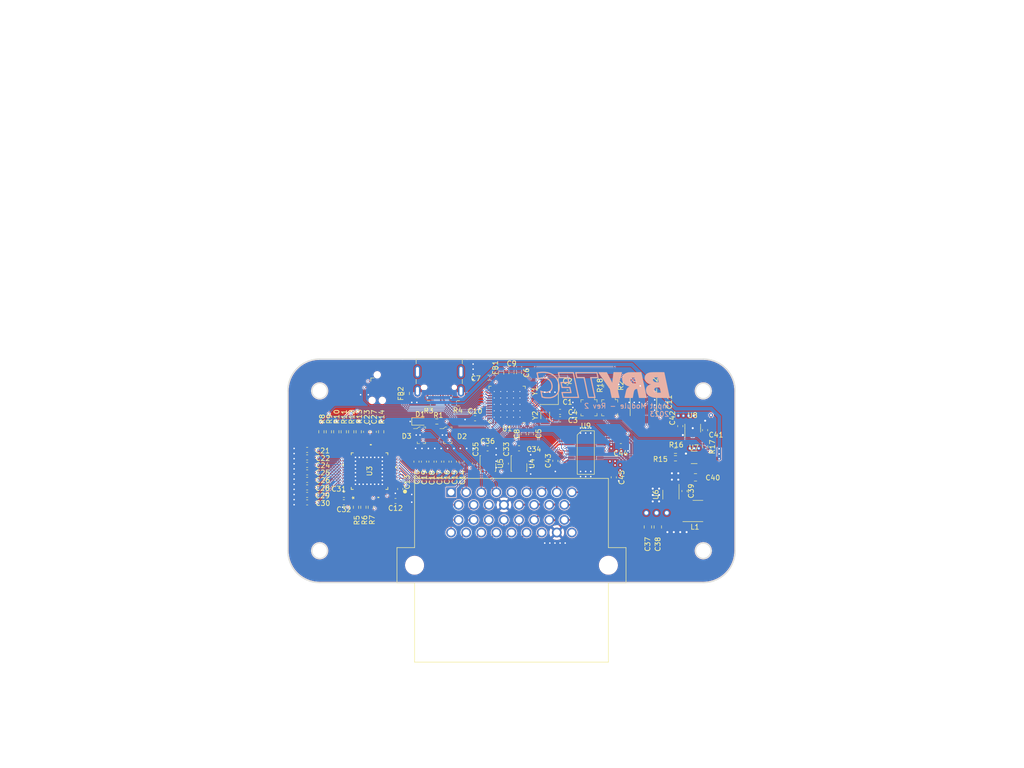
<source format=kicad_pcb>
(kicad_pcb (version 20221018) (generator pcbnew)
  (layers (0 "F.Cu" signal) (1 "In1.Cu" signal) (2 "In2.Cu" signal) (31 "B.Cu" signal) (34 "B.Paste" user) (35 "F.Paste" user) (36 "B.SilkS" user "B.Silkscreen") (37 "F.SilkS" user "F.Silkscreen") (38 "B.Mask" user) (39 "F.Mask" user) (44 "Edge.Cuts" user))
  (net 0 "")
  (net 1 "GND")
  (net 2 "Net-(U1-PF0)")
  (net 3 "Net-(U1-PF1)")
  (net 4 "Net-(U1-PC14)")
  (net 5 "Net-(U1-PC15)")
  (net 6 "+3.3V")
  (net 7 "+5V")
  (net 8 "Input9")
  (net 9 "Input10")
  (net 10 "Input11")
  (net 11 "Input12")
  (net 12 "Input13")
  (net 13 "Input14")
  (net 14 "Input15")
  (net 15 "Input8")
  (net 16 "Input7")
  (net 17 "Input6")
  (net 18 "Input5")
  (net 19 "Input4")
  (net 20 "Input3")
  (net 21 "Input2")
  (net 22 "Input1")
  (net 23 "Ignition")
  (net 24 "Net-(U6-SW)")
  (net 25 "Net-(U6-CB)")
  (net 26 "Regulated 5V")
  (net 27 "Net-(D1-A)")
  (net 28 "Can1-")
  (net 29 "Can1+")
  (net 30 "Can2-")
  (net 31 "Can2+")
  (net 32 "Net-(U1-VDDA)")
  (net 33 "/Mcu/Usb_Shield")
  (net 34 "/Mcu/SWDIO")
  (net 35 "/Mcu/RESET")
  (net 36 "/Mcu/SWCLK")
  (net 37 "/Mcu/SWO")
  (net 38 "Usb 5V")
  (net 39 "Net-(J2-CC1)")
  (net 40 "/Mcu/Usb D+")
  (net 41 "/Mcu/Usb D-")
  (net 43 "Net-(J2-CC2)")
  (net 45 "Out1")
  (net 46 "Out2")
  (net 47 "Out3")
  (net 48 "Out4")
  (net 49 "Out5")
  (net 50 "Out6")
  (net 51 "Out7")
  (net 52 "Out8")
  (net 53 "Out9")
  (net 54 "Out10")
  (net 55 "Out11")
  (net 56 "Out12")
  (net 57 "/Mcu/User_Led")
  (net 58 "Net-(R18-Pad2)")
  (net 59 "Net-(U3-RR3)")
  (net 60 "Net-(U3-RR2)")
  (net 61 "Net-(U3-RR1)")
  (net 62 "Net-(U3-RST)")
  (net 63 "L6699-Rst")
  (net 64 "Net-(U3-SCLK)")
  (net 65 "SPI2_Sclk")
  (net 66 "Net-(U3-CS)")
  (net 67 "SPI2_SS_L9966")
  (net 68 "Net-(U3-MOSI)")
  (net 69 "SPI2_Mosi")
  (net 70 "Net-(U3-MISO)")
  (net 71 "SPI2_Miso")
  (net 72 "Net-(U3-SYNC)")
  (net 73 "L6699-Sync")
  (net 74 "Net-(U3-INT)")
  (net 75 "L6699-Int")
  (net 76 "Net-(U7-PR1)")
  (net 77 "PowerSwitchStatus")
  (net 78 "Can1Rx")
  (net 82 "SPI1_SS")
  (net 83 "SPI1_Sclk")
  (net 84 "SPI1_Miso")
  (net 85 "SPI1_Mosi")
  (net 93 "Can2Rx")
  (net 94 "Can2Tx")
  (net 95 "Can1Tx")
  (net 96 "/Mcu/Memory_Wp")
  (net 97 "/Mcu/Memory_Hold")
  (net 114 "Can1Silent")
  (net 115 "Can2Silent")
  (net 117 "TLE94112_EN")
  (net 118 "SPI2_SS_TLE94112")
  (footprint "Capacitor_SMD:C_0603_1608Metric_Pad1.08x0.95mm_HandSolder" (layer "F.Cu") (at 119.7356 117.2972 90)
    (fp_text reference "C35")
    (fp_text value "0.1uF")
  )
  (footprint "Crystal:Crystal_SMD_3215-2Pin_3.2x1.5mm" (layer "F.Cu") (at 133.7056 107.7468 90)
    (fp_text reference "Y2")
    (fp_text value "32.768kHz")
  )
  (footprint "Resistor_SMD:R_0603_1608Metric_Pad0.98x0.95mm_HandSolder" (layer "F.Cu") (at 159.5742 116.259)
    (fp_text reference "R15")
    (fp_text value "10K")
  )
  (footprint "Capacitor_SMD:C_0603_1608Metric_Pad1.08x0.95mm_HandSolder" (layer "F.Cu") (at 147.32 120.0404 90)
    (fp_text reference "C45")
    (fp_text value "0.1uF")
  )
  (footprint "Capacitor_SMD:C_0603_1608Metric_Pad1.08x0.95mm_HandSolder" (layer "F.Cu") (at 93.7017 123.5202 180)
    (fp_text reference "C31")
    (fp_text value "1uF")
  )
  (footprint "Capacitor_SMD:C_0603_1608Metric_Pad1.08x0.95mm_HandSolder" (layer "F.Cu") (at 86.4108 116.080707 180)
    (fp_text reference "C22")
    (fp_text value "6.8nF")
  )
  (footprint "Capacitor_SMD:C_0805_2012Metric_Pad1.18x1.45mm_HandSolder" (layer "F.Cu") (at 156.069 129.8988 -90)
    (fp_text reference "C38")
    (fp_text value "0.1uF")
  )
  (footprint "digikey-footprints:SOT-23-3" (layer "F.Cu") (at 114.3508 111.6838)
    (fp_text reference "D2")
    (fp_text value "PESD2CAN_215")
  )
  (footprint "Capacitor_SMD:C_0603_1608Metric_Pad1.08x0.95mm_HandSolder" (layer "F.Cu") (at 165.4568 110.6646 90)
    (fp_text reference "C41")
    (fp_text value "1uF")
  )
  (footprint "Capacitor_SMD:C_0603_1608Metric_Pad1.08x0.95mm_HandSolder" (layer "F.Cu") (at 125.8824 117.3215 90)
    (fp_text reference "C33")
    (fp_text value "0.1uF")
  )
  (footprint "Capacitor_SMD:C_0603_1608Metric_Pad1.08x0.95mm_HandSolder" (layer "F.Cu") (at 161.3586 122.7614 90)
    (fp_text reference "C39")
    (fp_text value "0.1uF")
  )
  (footprint "Resistor_SMD:R_0603_1608Metric_Pad0.98x0.95mm_HandSolder" (layer "F.Cu") (at 112.1683 108.9406 180)
    (fp_text reference "R1")
    (fp_text value "65")
  )
  (footprint "Capacitor_SMD:C_0603_1608Metric_Pad1.08x0.95mm_HandSolder" (layer "F.Cu") (at 109.61592 116.9173 90)
    (fp_text reference "C19")
    (fp_text value "6.8nF")
  )
  (footprint "Resistor_SMD:R_0603_1608Metric_Pad0.98x0.95mm_HandSolder" (layer "F.Cu") (at 101.1174 110.9831 90)
    (fp_text reference "R14")
    (fp_text value "1K")
  )
  (footprint "Package_DFN_QFN:DFN-8-1EP_3x3mm_P0.65mm_EP1.55x2.4mm" (layer "F.Cu") (at 128.489 117.2978 -90)
    (fp_text reference "U4")
    (fp_text value "MCP2558FD-xMF")
  )
  (footprint "Capacitor_SMD:C_0603_1608Metric_Pad1.08x0.95mm_HandSolder" (layer "F.Cu") (at 103.9622 124.7405 180)
    (fp_text reference "C12")
    (fp_text value "0.1uF")
  )
  (footprint "Package_TO_SOT_SMD:SOT-23-5" (layer "F.Cu") (at 163.0032 110.2646 90)
    (fp_text reference "U8")
    (fp_text value "AP2112K-3.3")
  )
  (footprint "Package_DFN_QFN:DFN-8-1EP_3x3mm_P0.65mm_EP1.55x2.4mm" (layer "F.Cu") (at 122.3166 117.2978 -90)
    (fp_text reference "U5")
    (fp_text value "MCP2558FD-xMF")
  )
  (footprint "Capacitor_SMD:C_0603_1608Metric_Pad1.08x0.95mm_HandSolder" (layer "F.Cu") (at 114.08028 116.9173 90)
    (fp_text reference "C16")
    (fp_text value "6.8nF")
  )
  (footprint "Capacitor_SMD:C_0603_1608Metric_Pad1.08x0.95mm_HandSolder" (layer "F.Cu") (at 86.4108 114.591476 180)
    (fp_text reference "C21")
    (fp_text value "6.8nF")
  )
  (footprint "Capacitor_SMD:C_0603_1608Metric_Pad1.08x0.95mm_HandSolder" (layer "F.Cu") (at 136.6509 107.0356 180)
    (fp_text reference "C4")
    (fp_text value "10pF")
  )
  (footprint "Capacitor_SMD:C_0603_1608Metric_Pad1.08x0.95mm_HandSolder" (layer "F.Cu") (at 86.4108 123.526862 180)
    (fp_text reference "C29")
    (fp_text value "6.8nF")
  )
  (footprint "Capacitor_SMD:C_0603_1608Metric_Pad1.08x0.95mm_HandSolder" (layer "F.Cu") (at 130.8907 111.4796 90)
    (fp_text reference "C5")
    (fp_text value "0.1uF")
  )
  (footprint "Crystal:Crystal_SMD_5032-4Pin_5.0x3.2mm" (layer "F.Cu") (at 134.4556 102.9208 90)
    (fp_text reference "Y1")
    (fp_text value "8MHz")
  )
  (footprint "digikey-footprints:Switch_Tactile_SMD_B3U-1000P" (layer "F.Cu") (at 142.3924 106.2228 -90)
    (fp_text reference "S1" hide)
    (fp_text value "B3U-1000P")
  )
  (footprint "digikey-footprints:Switch_Tactile_SMD_B3U-1000P" (layer "F.Cu") (at 146.5072 106.2228 -90)
    (fp_text reference "S2" hide)
    (fp_text value "B3U-1000P")
  )
  (footprint "Resistor_SMD:R_0603_1608Metric_Pad0.98x0.95mm_HandSolder" (layer "F.Cu") (at 97.5868 125.984 90)
    (fp_text reference "R6")
    (fp_text value "9K")
  )
  (footprint "Capacitor_SMD:C_0603_1608Metric_Pad1.08x0.95mm_HandSolder" (layer "F.Cu") (at 119.7655 108.3046)
    (fp_text reference "C10")
    (fp_text value "0.1uF")
  )
  (footprint "Resistor_SMD:R_0603_1608Metric_Pad0.98x0.95mm_HandSolder" (layer "F.Cu") (at 89.2425 110.9831 90)
    (fp_text reference "R8")
    (fp_text value "1K")
  )
  (footprint "digikey-footprints:SOT-23-3" (layer "F.Cu") (at 109.1016 111.6838)
    (fp_text reference "D3")
    (fp_text value "PESD2CAN_215")
  )
  (footprint "MyKiCadLibraries:TE_6437288-2" (layer "F.Cu") (at 127 127)
    (fp_text reference "J3" hide)
    (fp_text value "6437288-2")
  )
  (footprint "Package_SO:SSOP-8_3.9x5.05mm_P1.27mm" (layer "F.Cu") (at 153.2128 105.8672 -90)
    (fp_text reference "U2")
    (fp_text value "MB85RS64")
  )
  (footprint "Capacitor_SMD:C_0603_1608Metric_Pad1.08x0.95mm_HandSolder" (layer "F.Cu") (at 135.7122 116.7638 90)
    (fp_text reference "C43")
    (fp_text value "0.1uF")
  )
  (footprint "Capacitor_SMD:C_0603_1608Metric_Pad1.08x0.95mm_HandSolder" (layer "F.Cu") (at 115.5684 116.9173 90)
    (fp_text reference "C15")
    (fp_text value "6.8nF")
  )
  (footprint "Resistor_SMD:R_0603_1608Metric_Pad0.98x0.95mm_HandSolder" (layer "F.Cu") (at 90.7234 110.9831 90)
    (fp_text reference "R9")
    (fp_text value "1K")
  )
  (footprint "Capacitor_SMD:C_0603_1608Metric_Pad1.08x0.95mm_HandSolder" (layer "F.Cu") (at 108.1278 116.9173 90)
    (fp_text reference "C20")
    (fp_text value "6.8nF")
  )
  (footprint "Capacitor_SMD:C_0603_1608Metric_Pad1.08x0.95mm_HandSolder" (layer "F.Cu") (at 86.4108 119.059169 180)
    (fp_text reference "C25")
    (fp_text value "6.8nF")
  )
  (footprint "MyKiCadLibraries:SOTFL50P160X60-8N" (layer "F.Cu") (at 163.2826 116.0812)
    (fp_text reference "U7")
    (fp_text value "TPS2116DRLR")
  )
  (footprint "Capacitor_SMD:C_0603_1608Metric_Pad1.08x0.95mm_HandSolder" (layer "F.Cu") (at 148.717 113.8428 180)
    (fp_text reference "C44")
    (fp_text value "0.1uF")
  )
  (footprint "Resistor_SMD:R_0603_1608Metric_Pad0.98x0.95mm_HandSolder" (layer "F.Cu") (at 99.06 125.984 90)
    (fp_text reference "R7")
    (fp_text value "180")
  )
  (footprint "Resistor_SMD:R_0603_1608Metric_Pad0.98x0.95mm_HandSolder" (layer "F.Cu") (at 95.1661 110.9831 90)
    (fp_text reference "R12")
    (fp_text value "1K")
  )
  (footprint "Resistor_SMD:R_0603_1608Metric_Pad0.98x0.95mm_HandSolder" (layer "F.Cu") (at 165.467 114.0003 -90)
    (fp_text reference "R17")
    (fp_text value "10K")
  )
  (footprint "Resistor_SMD:R_0603_1608Metric_Pad0.98x0.95mm_HandSolder" (layer "F.Cu") (at 96.647 110.9831 90)
    (fp_text reference "R13")
    (fp_text value "1K")
  )
  (footprint "Resistor_SMD:R_0603_1608Metric_Pad0.98x0.95mm_HandSolder" (layer "F.Cu") (at 92.2043 110.9831 90)
    (fp_text reference "R10")
    (fp_text value "1K")
  )
  (footprint "Capacitor_SMD:C_0603_1608Metric_Pad1.08x0.95mm_HandSolder" (layer "F.Cu") (at 99.634121 110.9969 90)
    (fp_text reference "C27")
    (fp_text value "0.1uF")
  )
  (footprint "Capacitor_SMD:C_0603_1608Metric_Pad1.08x0.95mm_HandSolder" (layer "F.Cu") (at 112.59216 116.9173 90)
    (fp_text reference "C17")
    (fp_text value "6.8nF")
  )
  (footprint "Connector_USB:USB_C_Receptacle_JAE_DX07S016JA1R1500" (layer "F.Cu") (at 112.6462 100.2088 180)
    (fp_text reference "J2" hide)
    (fp_text value "USB_C_Receptacle_USB2.0")
  )
  (footprint "Resistor_SMD:R_0603_1608Metric_Pad0.98x0.95mm_HandSolder" (layer "F.Cu") (at 96.1136 125.984 90)
    (fp_text reference "R5")
    (fp_text value "50K")
  )
  (footprint "Capacitor_SMD:C_0603_1608Metric_Pad1.08x0.95mm_HandSolder" (layer "F.Cu") (at 104.902 122.3529 90)
    (fp_text reference "C13")
    (fp_text value "0.1uF")
  )
  (footprint "Capacitor_SMD:C_0603_1608Metric_Pad1.08x0.95mm_HandSolder" (layer "F.Cu") (at 86.4108 125.016093 180)
    (fp_text reference "C30")
    (fp_text value "6.8nF")
  )
  (footprint "Capacitor_SMD:C_0603_1608Metric_Pad1.08x0.95mm_HandSolder" (layer "F.Cu") (at 86.4108 122.037631 180)
    (fp_text reference "C28")
    (fp_text value "6.8nF")
  )
  (footprint "Capacitor_SMD:C_0603_1608Metric_Pad1.08x0.95mm_HandSolder" (layer "F.Cu") (at 138.1241 102.1842 180)
    (fp_text reference "C2")
    (fp_text value "10pF")
  )
  (footprint "Capacitor_SMD:C_0603_1608Metric_Pad1.08x0.95mm_HandSolder" (layer "F.Cu") (at 128.4986 99.3384 90)
    (fp_text reference "C6")
    (fp_text value "1uF")
  )
  (footprint "Capacitor_SMD:C_0603_1608Metric_Pad1.08x0.95mm_HandSolder" (layer "F.Cu") (at 86.4108 120.5484 180)
    (fp_text reference "C26")
    (fp_text value "6.8nF")
  )
  (footprint "MyKiCadLibraries:Infineon_TSDSO-24" (layer "F.Cu") (at 141.7574 115.1128 -90)
    (fp_text reference "U9")
    (fp_text value "TLE94112ES")
  )
  (footprint "Capacitor_SMD:C_0603_1608Metric_Pad1.08x0.95mm_HandSolder" (layer "F.Cu") (at 156.8654 105.5227 90)
    (fp_text reference "C11")
    (fp_text value "0.1uF")
  )
  (footprint "Resistor_SMD:R_0603_1608Metric_Pad0.98x0.95mm_HandSolder" (layer "F.Cu") (at 116.4336 105.3338)
    (fp_text reference "R4")
    (fp_text value "5.1K")
  )
  (footprint "Capacitor_SMD:C_0603_1608Metric_Pad1.08x0.95mm_HandSolder" (layer "F.Cu") (at 138.1241 103.6574 180)
    (fp_text reference "C1")
    (fp_text value "10pF")
  )
  (footprint "Capacitor_SMD:C_0603_1608Metric_Pad1.08x0.95mm_HandSolder" (layer "F.Cu") (at 126.993 99.3384 90)
    (fp_text reference "C9")
    (fp_text value "10nF")
  )
  (footprint "Capacitor_SMD:C_0603_1608Metric_Pad1.08x0.95mm_HandSolder" (layer "F.Cu") (at 111.10404 116.9173 90)
    (fp_text reference "C18")
    (fp_text value "6.8nF")
  )
  (footprint "Package_TO_SOT_SMD:SOT-23-6_Handsoldering" (layer "F.Cu") (at 158.67 123.4688 -90)
    (fp_text reference "U6")
    (fp_text value "LMR50410Y5FQDBVRQ1")
  )
  (footprint "Capacitor_SMD:C_0603_1608Metric_Pad1.08x0.95mm_HandSolder" (layer "F.Cu") (at 122.2562 114.2817)
    (fp_text reference "C36")
    (fp_text value "0.1uF")
  )
  (footprint "Resistor_SMD:R_0603_1608Metric_Pad0.98x0.95mm_HandSolder" (layer "F.Cu") (at 159.5742 114.7604 180)
    (fp_text reference "R16")
    (fp_text value "10K")
  )
  (footprint "Resistor_SMD:R_0603_1608Metric_Pad0.98x0.95mm_HandSolder" (layer "F.Cu") (at 145.8214 101.9302 -90)
    (fp_text reference "R18")
    (fp_text value "0")
  )
  (footprint "Capacitor_SMD:C_0603_1608Metric_Pad1.08x0.95mm_HandSolder" (layer "F.Cu") (at 129.4175 111.4796 90)
    (fp_text reference "C8")
    (fp_text value "0.1uF")
  )
  (footprint "Resistor_SMD:R_0603_1608Metric_Pad0.98x0.95mm_HandSolder" (layer "F.Cu") (at 110.5408 105.3846 180)
    (fp_text reference "R3")
    (fp_text value "5.1K")
  )
  (footprint "Resistor_SMD:R_0603_1608Metric_Pad0.98x0.95mm_HandSolder" (layer "F.Cu") (at 124.9471 99.313 -90)
    (fp_text reference "FB1")
    (fp_text value "FerriteBead_Small")
  )
  (footprint "Resistor_SMD:R_0603_1608Metric_Pad0.98x0.95mm_HandSolder" (layer "F.Cu") (at 93.6852 110.9831 90)
    (fp_text reference "R11")
    (fp_text value "1K")
  )
  (footprint "Resistor_SMD:R_0603_1608Metric_Pad0.98x0.95mm_HandSolder" (layer "F.Cu") (at 106.1974 103.378 -90)
    (fp_text reference "FB2")
    (fp_text value "FerriteBead_Small")
  )
  (footprint "Capacitor_SMD:C_0603_1608Metric_Pad1.08x0.95mm_HandSolder" (layer "F.Cu") (at 93.7017 124.9934 180)
    (fp_text reference "C32")
    (fp_text value "0.1uF")
  )
  (footprint "Capacitor_SMD:C_0603_1608Metric_Pad1.08x0.95mm_HandSolder" (layer "F.Cu") (at 86.4108 117.569938 180)
    (fp_text reference "C24")
    (fp_text value "6.8nF")
  )
  (footprint "MyKiCadLibraries:TQFP48_L9966_STM" (layer "F.Cu") (at 98.806 118.7958 90)
    (fp_text reference "U3")
    (fp_text value "L9966CB-TR")
  )
  (footprint "Capacitor_SMD:C_0603_1608Metric_Pad1.08x0.95mm_HandSolder" (layer "F.Cu") (at 117.05652 116.9173 90)
    (fp_text reference "C14")
    (fp_text value "6.8nF")
  )
  (footprint "Capacitor_SMD:C_0603_1608Metric_Pad1.08x0.95mm_HandSolder" (layer "F.Cu") (at 98.127693 110.9969 90)
    (fp_text reference "C23")
    (fp_text value "1uF")
  )
  (footprint "Connector:Tag-Connect_TC2030-IDC-NL_2x03_P1.27mm_Vertical" (layer "F.Cu") (at 100.33 102.2096 -90)
    (fp_text reference "J1" hide)
    (fp_text value "Conn_ARM_SWD_TagConnect_TC2030-NL")
  )
  (footprint "LED_SMD:LED_0603_1608Metric_Pad1.05x0.95mm_HandSolder" (layer "F.Cu") (at 108.8541 108.9406)
    (fp_text reference "D1")
    (fp_text value "LED_Small")
  )
  (footprint "Capacitor_SMD:C_0603_1608Metric_Pad1.08x0.95mm_HandSolder" (layer "F.Cu") (at 160.5292 109.8646 -90)
    (fp_text reference "C42")
    (fp_text value "1uF")
  )
  (footprint "Capacitor_SMD:C_0603_1608Metric_Pad1.08x0.95mm_HandSolder" (layer "F.Cu") (at 122.4325 100.2528)
    (fp_text reference "C7")
    (fp_text value "0.1uF")
  )
  (footprint "Package_DFN_QFN:QFN-48-1EP_7x7mm_P0.5mm_EP5.6x5.6mm_ThermalVias" (layer "F.Cu") (at 126.1289 105.5445 180)
    (fp_text reference "U1")
    (fp_text value "STM32G491CEUx")
  )
  (footprint "Capacitor_SMD:C_0805_2012Metric_Pad1.18x1.45mm_HandSolder" (layer "F.Cu") (at 154.1004 129.8988 -90)
    (fp_text reference "C37")
    (fp_text value "4.7uF")
  )
  (footprint "Resistor_SMD:R_0603_1608Metric_Pad0.98x0.95mm_HandSolder" (layer "F.Cu") (at 147.2946 101.9302 90)
    (fp_text reference "R2")
    (fp_text value "10K")
  )
  (footprint "Capacitor_SMD:C_0603_1608Metric_Pad1.08x0.95mm_HandSolder" (layer "F.Cu") (at 128.4986 114.2746)
    (fp_text reference "C34")
    (fp_text value "0.1uF")
  )
  (footprint "Capacitor_SMD:C_0603_1608Metric_Pad1.08x0.95mm_HandSolder" (layer "F.Cu") (at 136.6509 108.5088 180)
    (fp_text reference "C3")
    (fp_text value "10pF")
  )
  (footprint "Inductor_SMD_Wurth:L_Wurth_WE-LQSH-4020" (layer "F.Cu") (at 163.0286 126.7238)
    (fp_text reference "L1")
    (fp_text value "6.8uH")
  )
  (footprint "Capacitor_SMD:C_0805_2012Metric_Pad1.18x1.45mm_HandSolder" (layer "F.Cu") (at 163.5486 120.0436 180)
    (fp_text reference "C40")
    (fp_text value "10uF")
  )
  (footprint "Bryan_Lib:Brytec_Logo" (layer "B.Cu") (at 145.187484 101.70815 180)
    (fp_text reference "G***" hide)
    (fp_text value "LOGO" hide)
  )
  (gr_arc (start 88.9 140.97) (mid 84.409872 139.110128) (end 82.55 134.62) (stroke (width 0.16)) (layer "Edge.Cuts"))
  (gr_line (start 82.55 134.62) (end 82.55 102.87) (stroke (width 0.16)) (layer "Edge.Cuts"))
  (gr_circle (center 165.1 134.62) (end 163.576 134.62) (stroke (width 0.16)) (fill none) (layer "Edge.Cuts"))
  (gr_circle (center 88.9 102.87) (end 87.376 102.87) (stroke (width 0.16)) (fill none) (layer "Edge.Cuts"))
  (gr_line (start 171.45 102.87) (end 171.45 134.62) (stroke (width 0.16)) (layer "Edge.Cuts"))
  (gr_circle (center 88.9 134.62) (end 87.376 134.62) (stroke (width 0.16)) (fill none) (layer "Edge.Cuts"))
  (gr_circle (center 165.1 102.87) (end 163.576 102.87) (stroke (width 0.16)) (fill none) (layer "Edge.Cuts"))
  (gr_arc (start 82.55 102.87) (mid 84.409872 98.379872) (end 88.9 96.52) (stroke (width 0.16)) (layer "Edge.Cuts"))
  (gr_line (start 165.1 140.97) (end 88.9 140.97) (stroke (width 0.16)) (layer "Edge.Cuts"))
  (gr_arc (start 171.45 134.62) (mid 169.590128 139.110128) (end 165.1 140.97) (stroke (width 0.16)) (layer "Edge.Cuts"))
  (gr_arc (start 165.1 96.52) (mid 169.590128 98.379872) (end 171.45 102.87) (stroke (width 0.16)) (layer "Edge.Cuts"))
  (gr_line (start 88.9 96.52) (end 165.1 96.52) (stroke (width 0.16)) (layer "Edge.Cuts"))
  (gr_text "Input Module - Rev 2\n2023" (at 158.395484 108.05815) (layer "B.SilkS") (effects (font (size 1 1)) (justify left bottom mirror)))
  (segment (start 92.8392 124.9934) (end 92.8392 123.5202) (width 0.1524) (layer "F.Cu") (net 1))
  (segment (start 160.5292 111.118) (end 161.0474 111.6362) (width 0.2032) (layer "F.Cu") (net 1))
  (segment (start 149.5795 114.2227) (end 150.1394 114.7826) (width 0.1524) (layer "F.Cu") (net 1))
  (segment (start 118.903 108.3046) (end 118.0353 108.3046) (width 0.1524) (layer "F.Cu") (net 1))
  (segment (start 135.7122 117.6263) (end 135.7122 118.872) (width 0.1524) (layer "F.Cu") (net 1))
  (segment (start 165.4568 108.8016) (end 165.467 108.7914) (width 0.2032) (layer "F.Cu") (net 1))
  (segment (start 160.5292 110.7271) (end 160.5292 111.118) (width 0.2032) (layer "F.Cu") (net 1))
  (segment (start 163.0032 111.4021) (end 163.0032 110.2646) (width 0.508) (layer "F.Cu") (net 1))
  (segment (start 99.634121 110.1344) (end 98.127693 110.1344) (width 0.1524) (layer "F.Cu") (net 1))
  (segment (start 149.5795 113.8428) (end 149.5795 114.2227) (width 0.1524) (layer "F.Cu") (net 1))
  (segment (start 104.8247 123.2927) (end 104.902 123.2154) (width 0.1524) (layer "F.Cu") (net 1))
  (segment (start 98.127693 110.1344) (end 98.1815 110.1344) (width 0.1524) (layer "F.Cu") (net 1))
  (segment (start 104.8247 124.7405) (end 104.8247 123.2927) (width 0.1524) (layer "F.Cu") (net 1))
  (segment (start 104.902 123.2154) (end 103.9368 123.2154) (width 0.1524) (layer "F.Cu") (net 1))
  (segment (start 92.895207 123.5202) (end 93.644507 122.7709) (width 0.1524) (layer "F.Cu") (net 1))
  (segment (start 107.9791 108.9406) (end 106.8832 108.9406) (width 0.1524) (layer "F.Cu") (net 1))
  (segment (start 98.1815 110.1344) (end 98.8568 109.4591) (width 0.1524) (layer "F.Cu") (net 1))
  (segment (start 165.4568 109.8021) (end 165.4568 108.8016) (width 0.2032) (layer "F.Cu") (net 1))
  (segment (start 147.32 120.9029) (end 148.1085 120.9029) (width 0.1524) (layer "F.Cu") (net 1))
  (segment (start 118.0353 108.3046) (end 117.7798 108.5601) (width 0.1524) (layer "F.Cu") (net 1))
  (segment (start 148.1085 120.9029) (end 148.2852 120.7262) (width 0.1524) (layer "F.Cu") (net 1))
  (segment (start 161.6436 115.3312) (end 161.6316 115.3192) (width 0.2032) (layer "F.Cu") (net 1))
  (segment (start 162.5476 115.3312) (end 161.6436 115.3312) (width 0.2032) (layer "F.Cu") (net 1))
  (segment (start 128.27 108.0968) (end 128.2728 108.094) (width 0.1524) (layer "F.Cu") (net 1))
  (segment (start 128.7728 108.094) (end 128.795 108.094) (width 0.1524) (layer "F.Cu") (net 1))
  (via (at 142.748 119.888) (size 0.508) (drill 0.3048) (layers "F.Cu" "B.Cu") (net 1))
  (via (at 140.716 111.252) (size 0.508) (drill 0.3048) (layers "F.Cu" "B.Cu") (net 1))
  (via (at 139.192 105.156) (size 0.508) (drill 0.3048) (layers "F.Cu" "B.Cu") (net 1))
  (via (at 141.732 110.236) (size 0.508) (drill 0.3048) (layers "F.Cu" "B.Cu") (net 1))
  (via (at 148.336 101.6) (size 0.508) (drill 0.3048) (layers "F.Cu" "B.Cu") (net 1))
  (via (at 130.81 119.38) (size 0.508) (drill 0.3048) (layers "F.Cu" "B.Cu") (net 1))
  (via (at 97.028 103.632) (size 0.508) (drill 0.3048) (layers "F.Cu" "B.Cu") (net 1))
  (via (at 114.3 114.3) (size 0.508) (drill 0.3048) (layers "F.Cu" "B.Cu") (net 1))
  (via (at 161.0474 111.6362) (size 0.8) (drill 0.4) (layers "F.Cu" "B.Cu") (net 1))
  (via (at 96.012 119.126) (size 0.508) (drill 0.3048) (layers "F.Cu" "B.Cu") (net 1))
  (via (at 148.2852 120.7262) (size 0.508) (drill 0.3048) (layers "F.Cu" "B.Cu") (net 1))
  (via (at 156.323 122.2788) (size 0.8) (drill 0.4) (layers "F.Cu" "B.Cu") (net 1))
  (via (at 110.49 114.3) (size 0.508) (drill 0.3048) (layers "F.Cu" "B.Cu") (net 1))
  (via (at 141.732 111.252) (size 0.508) (drill 0.3048) (layers "F.Cu" "B.Cu") (net 1))
  (via (at 161.6316 115.3192) (size 0.8) (drill 0.4) (layers "F.Cu" "B.Cu") (net 1))
  (via (at 96.012 119.888) (size 0.508) (drill 0.3048) (layers "F.Cu" "B.Cu") (net 1))
  (via (at 140.716 119.888) (size 0.508) (drill 0.3048) (layers "F.Cu" "B.Cu") (net 1))
  (via (at 99.06 116.078) (size 0.508) (drill 0.3048) (layers "F.Cu" "B.Cu") (net 1))
  (via (at 150.1394 114.7826) (size 0.508) (drill 0.3048) (layers "F.Cu" "B.Cu") (net 1))
  (via (at 155.448 105.664) (size 0.508) (drill 0.3048) (layers "F.Cu" "B.Cu") (net 1))
  (via (at 119.38 97.536) (size 0.508) (drill 0.3048) (layers "F.Cu" "B.Cu") (net 1))
  (via (at 101.346 119.126) (size 0.508) (drill 0.3048) (layers "F.Cu" "B.Cu") (net 1))
  (via (at 83.82 123.444) (size 0.508) (drill 0.3048) (layers "F.Cu" "B.Cu") (net 1))
  (via (at 99.822 116.078) (size 0.508) (drill 0.3048) (layers "F.Cu" "B.Cu") (net 1))
  (via (at 119.38 98.552) (size 0.508) (drill 0.3048) (layers "F.Cu" "B.Cu") (net 1))
  (via (at 160.133 120.5008) (size 0.8) (drill 0.4) (layers "F.Cu" "B.Cu") (net 1))
  (via (at 97.536 116.078) (size 0.508) (drill 0.3048) (layers "F.Cu" "B.Cu") (net 1))
  (via (at 163.0032 110.2646) (size 0.8) (drill 0.4) (layers "F.Cu" "B.Cu") (net 1))
  (via (at 96.774 116.078) (size 0.508) (drill 0.3048) (layers "F.Cu" "B.Cu") (net 1))
  (via (at 150.368 105.156) (size 0.508) (drill 0.3048) (layers "F.Cu" "B.Cu") (net 1))
  (via (at 119.38 114.3) (size 0.508) (drill 0.3048) (layers "F.Cu" "B.Cu") (net 1))
  (via (at 108.839 111.633) (size 0.508) (drill 0.3048) (layers "F.Cu" "B.Cu") (net 1))
  (via (at 83.82 115.316) (size 0.508) (drill 0.3048) (layers "F.Cu" "B.Cu") (net 1))
  (via (at 115.57 114.3) (size 0.508) (drill 0.3048) (layers "F.Cu" "B.Cu") (net 1))
  (via (at 123.952 115.57) (size 0.508) (drill 0.3048) (layers "F.Cu" "B.Cu") (net 1))
  (via (at 158.863 119.2308) (size 0.8) (drill 0.4) (layers "F.Cu" "B.Cu") (net 1))
  (via (at 100.584 116.078) (size 0.508) (drill 0.3048) (layers "F.Cu" "B.Cu") (net 1))
  (via (at 140.716 110.236) (size 0.508) (drill 0.3048) (layers "F.Cu" "B.Cu") (net 1))
  (via (at 139.192 106.172) (size 0.508) (drill 0.3048) (layers "F.Cu" "B.Cu") (net 1))
  (via (at 101.346 116.84) (size 0.508) (drill 0.3048) (layers "F.Cu" "B.Cu") (net 1))
  (via (at 151.384 105.156) (size 0.508) (drill 0.3048) (layers "F.Cu" "B.Cu") (net 1))
  (via (at 140.716 118.872) (size 0.508) (drill 0.3048) (layers "F.Cu" "B.Cu") (net 1))
  (via (at 139.192 108.204) (size 0.508) (drill 0.3048) (layers "F.Cu" "B.Cu") (net 1))
  (via (at 130.81 115.57) (size 0.508) (drill 0.3048) (layers "F.Cu" "B.Cu") (net 1))
  (via (at 135.636 103.124) (size 0.508) (drill 0.3048) (layers "F.Cu" "B.Cu") (net 1))
  (via (at 130.81 118.11) (size 0.508) (drill 0.3048) (layers "F.Cu" "B.Cu") (net 1))
  (via (at 93.472 125.984) (size 0.508) (drill 0.3048) (layers "F.Cu" "B.Cu") (net 1))
  (via (at 101.346 118.364) (size 0.508) (drill 0.3048) (layers "F.Cu" "B.Cu") (net 1))
  (via (at 141.732 118.872) (size 0.508) (drill 0.3048) (layers "F.Cu" "B.Cu") (net 1))
  (via (at 155.053 122.2788) (size 0.8) (drill 0.4) (layers "F.Cu" "B.Cu") (net 1))
  (via (at 136.652 133.096) (size 0.508) (drill 0.3048) (layers "F.Cu" "B.Cu") (net 1))
  (via (at 83.82 118.364) (size 0.508) (drill 0.3048) (layers "F.Cu" "B.Cu") (net 1))
  (via (at 101.346 119.888) (size 0.508) (drill 0.3048) (layers "F.Cu" "B.Cu") (net 1))
  (via (at 155.053 123.5488) (size 0.8) (drill 0.4) (layers "F.Cu" "B.Cu") (net 1))
  (via (at 118.11 114.3) (size 0.508) (drill 0.3048) (layers "F.Cu" "B.Cu") (net 1))
  (via (at 139.192 107.188) (size 0.508) (drill 0.3048) (layers "F.Cu" "B.Cu") (net 1))
  (via (at 83.82 120.396) (size 0.508) (drill 0.3048) (layers "F.Cu" "B.Cu") (net 1))
  (via (at 107.188 123.444) (size 0.508) (drill 0.3048) (layers "F.Cu" "B.Cu") (net 1))
  (via (at 123.952 118.11) (size 0.508) (drill 0.3048) (layers "F.Cu" "B.Cu") (net 1))
  (via (at 119.38 100.584) (size 0.508) (drill 0.3048) (layers "F.Cu" "B.Cu") (net 1))
  (via (at 114.046 111.633) (size 0.508) (drill 0.3048) (layers "F.Cu" "B.Cu") (net 1))
  (via (at 83.82 121.412) (size 0.508) (drill 0.3048) (layers "F.Cu" "B.Cu") (net 1))
  (via (at 142.748 118.872) (size 0.508) (drill 0.3048) (layers "F.Cu" "B.Cu") (net 1))
  (via (at 137.668 133.096) (size 0.508) (drill 0.3048) (layers "F.Cu" "B.Cu") (net 1))
  (via (at 142.748 111.252) (size 0.508) (drill 0.3048) (layers "F.Cu" "B.Cu") (net 1))
  (via (at 158.863 120.5008) (size 0.8) (drill 0.4) (layers "F.Cu" "B.Cu") (net 1))
  (via (at 113.284 111.633) (size 0.508) (drill 0.3048) (layers "F.Cu" "B.Cu") (net 1))
  (via (at 99.822 121.412) (size 0.508) (drill 0.3048) (layers "F.Cu" "B.Cu") (net 1))
  (via (at 96.012 117.602) (size 0.508) (drill 0.3048) (layers "F.Cu" "B.Cu") (net 1))
  (via (at 142.748 110.236) (size 0.508) (drill 0.3048) (layers "F.Cu" "B.Cu") (net 1))
  (via (at 155.448 106.68) (size 0.508) (drill 0.3048) (layers "F.Cu" "B.Cu") (net 1))
  (via (at 96.012 116.84) (size 0.508) (drill 0.3048) (layers "F.Cu" "B.Cu") (net 1))
  (via (at 135.7122 118.872) (size 0.508) (drill 0.3048) (layers "F.Cu" "B.Cu") (net 1))
  (via (at 101.346 116.078) (size 0.508) (drill 0.3048) (layers "F.Cu" "B.Cu") (net 1))
  (via (at 156.323 123.5488) (size 0.8) (drill 0.4) (layers "F.Cu" "B.Cu") (net 1))
  (via (at 155.448 104.648) (size 0.508) (drill 0.3048) (layers "F.Cu" "B.Cu") (net 1))
  (via (at 108.204 105.156) (size 0.508) (drill 0.3048) (layers "F.Cu" "B.Cu") (net 1))
  (via (at 100.584 121.412) (size 0.508) (drill 0.3048) (layers "F.Cu" "B.Cu") (net 1))
  (via (at 107.188 105.156) (size 0.508) (drill 0.3048) (layers "F.Cu" "B.Cu") (net 1))
  (via (at 160.514 130.9148) (size 0.8) (drill 0.4) (layers "F.Cu" "B.Cu") (net 1))
  (via (at 98.298 116.078) (size 0.508) (drill 0.3048) (layers "F.Cu" "B.Cu") (net 1))
  (via (at 98.552 103.632) (size 0.508) (drill 0.3048) (layers "F.Cu" "B.Cu") (net 1))
  (via (at 109.22 114.3) (size 0.508) (drill 0.3048) (layers "F.Cu" "B.Cu") (net 1))
  (via (at 107.95 114.3) (size 0.508) (drill 0.3048) (layers "F.Cu" "B.Cu") (net 1))
  (via (at 103.9368 123.2154) (size 0.508) (drill 0.3048) (layers "F.Cu" "B.Cu") (net 1))
  (via (at 83.82 122.428) (size 0.508) (drill 0.3048) (layers "F.Cu" "B.Cu") (net 1))
  (via (at 111.76 114.3) (size 0.508) (drill 0.3048) (layers "F.Cu" "B.Cu") (net 1))
  (via (at 123.952 116.84) (size 0.508) (drill 0.3048) (layers "F.Cu" "B.Cu") (net 1))
  (via (at 134.62 103.124) (size 0.508) (drill 0.3048) (layers "F.Cu" "B.Cu") (net 1))
  (via (at 116.84 114.3) (size 0.508) (drill 0.3048) (layers "F.Cu" "B.Cu") (net 1))
  (via (at 101.346 117.602) (size 0.508) (drill 0.3048) (layers "F.Cu" "B.Cu") (net 1))
  (via (at 83.82 124.46) (size 0.508) (drill 0.3048) (layers "F.Cu" "B.Cu") (net 1))
  (via (at 101.346 121.412) (size 0.508) (drill 0.3048) (layers "F.Cu" "B.Cu") (net 1))
  (via (at 101.346 120.65) (size 0.508) (drill 0.3048) (layers "F.Cu" "B.Cu") (net 1))
  (via (at 98.298 121.412) (size 0.508) (drill 0.3048) (layers "F.Cu" "B.Cu") (net 1))
  (via (at 113.03 114.3) (size 0.508) (drill 0.3048) (layers "F.Cu" "B.Cu") (net 1))
  (via (at 152.4 105.156) (size 0.508) (drill 0.3048) (layers "F.Cu" "B.Cu") (net 1))
  (via (at 106.8832 108.9406) (size 0.508) (drill 0.3048) (layers "F.Cu" "B.Cu") (net 1))
  (via (at 135.636 133.096) (size 0.508) (drill 0.3048) (layers "F.Cu" "B.Cu") (net 1))
  (via (at 130.81 114.3) (size 0.508) (drill 0.3048) (layers "F.Cu" "B.Cu") (net 1))
  (via (at 156.323 124.8188) (size 0.8) (drill 0.4) (layers "F.Cu" "B.Cu") (net 1))
  (via (at 141.732 119.888) (size 0.508) (drill 0.3048) (layers "F.Cu" "B.Cu") (net 1))
  (via (at 83.82 125.476) (size 0.508) (drill 0.3048) (layers "F.Cu" "B.Cu") (net 1))
  (via (at 155.053 124.8188) (size 0.8) (drill 0.4) (layers "F.Cu" "B.Cu") (net 1))
  (via (at 96.012 118.364) (size 0.508) (drill 0.3048) (layers "F.Cu" "B.Cu") (net 1))
  (via (at 123.952 114.3) (size 0.508) (drill 0.3048) (layers "F.Cu" "B.Cu") (net 1))
  (via (at 96.774 121.412) (size 0.508) (drill 0.3048) (layers "F.Cu" "B.Cu") (net 1))
  (via (at 119.38 99.568) (size 0.508) (drill 0.3048) (layers "F.Cu" "B.Cu") (net 1))
  (via (at 133.604 133.096) (size 0.508) (drill 0.3048) (layers "F.Cu" "B.Cu") (net 1))
  (via (at 108.077 111.633) (size 0.508) (drill 0.3048) (layers "F.Cu" "B.Cu") (net 1))
  (via (at 99.06 121.412) (size 0.508) (drill 0.3048) (layers "F.Cu" "B.Cu") (net 1))
  (via (at 130.81 116.84) (size 0.508) (drill 0.3048) (layers "F.Cu" "B.Cu") (net 1))
  (via (at 96.012 116.078) (size 0.508) (drill 0.3048) (layers "F.Cu" "B.Cu") (net 1))
  (via (at 83.82 114.3) (size 0.508) (drill 0.3048) (layers "F.Cu" "B.Cu") (net 1))
  (via (at 83.82 116.332) (size 0.508) (drill 0.3048) (layers "F.Cu" "B.Cu") (net 1))
  (via (at 160.133 119.2308) (size 0.8) (drill 0.4) (layers "F.Cu" "B.Cu") (net 1))
  (via (at 96.012 121.412) (size 0.508) (drill 0.3048) (layers "F.Cu" "B.Cu") (net 1))
  (via (at 165.467 108.7914) (size 0.8) (drill 0.4) (layers "F.Cu" "B.Cu") (net 1))
  (via (at 157.974 130.9148) (size 0.8) (drill 0.4) (layers "F.Cu" "B.Cu") (net 1))
  (via (at 93.644507 122.7709) (size 0.508) (drill 0.3048) (layers "F.Cu" "B.Cu") (net 1))
  (via (at 97.536 121.412) (size 0.508) (drill 0.3048) (layers "F.Cu" "B.Cu") (net 1))
  (via (at 98.8568 109.4591) (size 0.508) (drill 0.3048) (layers "F.Cu" "B.Cu") (net 1))
  (via (at 133.604 103.124) (size 0.508) (drill 0.3048) (layers "F.Cu" "B.Cu") (net 1))
  (via (at 83.82 117.348) (size 0.508) (drill 0.3048) (layers "F.Cu" "B.Cu") (net 1))
  (via (at 96.012 120.65) (size 0.508) (drill 0.3048) (layers "F.Cu" "B.Cu") (net 1))
  (via (at 130.048 98.552) (size 0.508) (drill 0.3048) (layers "F.Cu" "B.Cu") (net 1))
  (via (at 159.244 130.9148) (size 0.8) (drill 0.4) (layers "F.Cu" "B.Cu") (net 1))
  (via (at 83.82 119.38) (size 0.508) (drill 0.3048) (layers "F.Cu" "B.Cu") (net 1))
  (via (at 161.784 130.9148) (size 0.8) (drill 0.4) (layers "F.Cu" "B.Cu") (net 1))
  (via (at 107.188 124.968) (size 0.508) (drill 0.3048) (layers "F.Cu" "B.Cu") (net 1))
  (via (at 134.62 133.096) (size 0.508) (drill 0.3048) (layers "F.Cu" "B.Cu") (net 1))
  (via (at 117.7798 108.5601) (size 0.508) (drill 0.3048) (layers "F.Cu" "B.Cu") (net 1))
  (segment (start 132.577 105.5994) (end 134.427 105.5994) (width 0.1524) (layer "F.Cu") (net 2))
  (segment (start 135.4556 104.5708) (end 136.3482 104.5708) (width 0.1524) (layer "F.Cu") (net 2))
  (segment (start 136.3482 104.5708) (end 137.2616 103.6574) (width 0.1524) (layer "F.Cu") (net 2))
  (segment (start 132.577 105.5994) (end 131.8819 106.2945) (width 0.1524) (layer "F.Cu") (net 2))
  (segment (start 131.8819 106.2945) (end 129.5664 106.2945) (width 0.1524) (layer "F.Cu") (net 2))
  (segment (start 134.427 105.5994) (end 135.4556 104.5708) (width 0.1524) (layer "F.Cu") (net 2))
  (segment (start 133.4556 101.2708) (end 134.4842 100.2422) (width 0.1524) (layer "F.Cu") (net 3))
  (segment (start 136.3342 100.2422) (end 137.2616 101.1696) (width 0.1524) (layer "F.Cu") (net 3))
  (segment (start 133.4556 102.254478) (end 132.4356 103.274478) (width 0.1524) (layer "F.Cu") (net 3))
  (segment (start 132.4356 104.6734) (end 131.3145 105.7945) (width 0.1524) (layer "F.Cu") (net 3))
  (segment (start 133.4556 101.2708) (end 133.4556 102.254478) (width 0.1524) (layer "F.Cu") (net 3))
  (segment (start 131.3145 105.7945) (end 129.5664 105.7945) (width 0.1524) (layer "F.Cu") (net 3))
  (segment (start 134.4842 100.2422) (end 136.3342 100.2422) (width 0.1524) (layer "F.Cu") (net 3))
  (segment (start 137.2616 101.1696) (end 137.2616 102.1842) (width 0.1524) (layer "F.Cu") (net 3))
  (segment (start 132.4356 103.274478) (end 132.4356 104.6734) (width 0.1524) (layer "F.Cu") (net 3))
  (segment (start 132.0033 107.2945) (end 129.5664 107.2945) (width 0.1524) (layer "F.Cu") (net 4))
  (segment (start 133.7056 108.9968) (end 132.0033 107.2945) (width 0.1524) (layer "F.Cu") (net 4))
  (segment (start 133.7056 108.9968) (end 135.3004 108.9968) (width 0.1524) (layer "F.Cu") (net 4))
  (segment (start 135.3004 108.9968) (end 135.7884 108.5088) (width 0.1524) (layer "F.Cu") (net 4))
  (segment (start 133.4079 106.7945) (end 129.5664 106.7945) (width 0.1524) (layer "F.Cu") (net 5))
  (segment (start 135.2496 106.4968) (end 135.7884 107.0356) (width 0.1524) (layer "F.Cu") (net 5))
  (segment (start 133.7056 106.4968) (end 135.2496 106.4968) (width 0.1524) (layer "F.Cu") (net 5))
  (segment (start 133.7056 106.4968) (end 133.4079 106.7945) (width 0.1524) (layer "F.Cu") (net 5))
  (segment (start 136.315614 114.31992) (end 135.7122 114.923334) (width 0.1524) (layer "F.Cu") (net 6))
  (segment (start 126.9167 98.3996) (end 126.993 98.4759) (width 0.1524) (layer "F.Cu") (net 6))
  (segment (start 146.5072 107.9228) (end 147.877 107.9228) (width 0.1524) (layer "F.Cu") (net 6))
  (segment (start 123.8789 102.107) (end 123.8789 101.1459) (width 0.1524) (layer "F.Cu") (net 6))
  (segment (start 128.8789 109.0415) (end 129.3876 109.5502) (width 0.1524) (layer "F.Cu") (net 6))
  (segment (start 120.4237 118.8478) (end 119.7356 118.1597) (width 0.1524) (layer "F.Cu") (net 6))
  (segment (start 119.7356 118.1597) (end 118.6953 118.1597) (width 0.1524) (layer "F.Cu") (net 6))
  (segment (start 123.8789 101.1459) (end 123.8758 101.1428) (width 0.1524) (layer "F.Cu") (net 6))
  (segment (start 122.1263 107.7945) (end 121.666 108.2548) (width 0.1524) (layer "F.Cu") (net 6))
  (segment (start 125.656 118.184) (end 125.8824 118.184) (width 0.1524) (layer "F.Cu") (net 6))
  (segment (start 125.9577 98.4005) (end 125.9586 98.3996) (width 0.1524) (layer "F.Cu") (net 6))
  (segment (start 155.1178 108.5422) (end 156.1766 108.5422) (width 0.1524) (layer "F.Cu") (net 6))
  (segment (start 130.8907 110.6171) (end 130.8907 109.5547) (width 0.1524) (layer "F.Cu") (net 6))
  (segment (start 125.9586 98.3996) (end 126.9167 98.3996) (width 0.1524) (layer "F.Cu") (net 6))
  (segment (start 123.295 100.2528) (end 123.295 100.562) (width 0.1524) (layer "F.Cu") (net 6))
  (segment (start 166.6354 107.696) (end 166.6354 111.9194) (width 0.2032) (layer "F.Cu") (net 6))
  (segment (start 124.9471 98.4005) (end 125.9577 98.4005) (width 0.1524) (layer "F.Cu") (net 6))
  (segment (start 166.6354 111.9194) (end 165.467 113.0878) (width 0.2032) (layer "F.Cu") (net 6))
  (segment (start 156.1766 108.5422) (end 156.5402 108.1786) (width 0.1524) (layer "F.Cu") (net 6))
  (segment (start 129.6305 108.2945) (end 130.8354 109.4994) (width 0.1524) (layer "F.Cu") (net 6))
  (segment (start 123.295 100.562) (end 123.8758 101.1428) (width 0.1524) (layer "F.Cu") (net 6))
  (segment (start 127.514 118.8478) (end 126.5462 118.8478) (width 0.1524) (layer "F.Cu") (net 6))
  (segment (start 129.4175 110.6171) (end 129.4175 109.5801) (width 0.1524) (layer "F.Cu") (net 6))
  (segment (start 99.695 100.9396) (end 98.5012 100.9396) (width 0.1524) (layer "F.Cu") (net 6))
  (segment (start 130.8907 109.5547) (end 130.8354 109.4994) (width 0.1524) (layer "F.Cu") (net 6))
  (segment (start 126.5462 118.8478) (end 125.8824 118.184) (width 0.1524) (layer "F.Cu") (net 6))
  (segment (start 135.7122 114.923334) (end 135.7122 115.9013) (width 0.1524) (layer "F.Cu") (net 6))
  (segment (start 126.993 98.4759) (end 128.4986 98.4759) (width 0.1524) (layer "F.Cu") (net 6))
  (segment (start 136.315614 114.31992) (end 136.783494 114.7878) (width 0.1524) (layer "F.Cu") (net 6))
  (segment (start 129.4175 109.5801) (end 129.3876 109.5502) (width 0.1524) (layer "F.Cu") (net 6))
  (segment (start 156.8654 107.8534) (end 156.5402 108.1786) (width 0.1524) (layer "F.Cu") (net 6))
  (segment (start 121.6162 108.3046) (end 121.666 108.2548) (width 0.1524) (layer "F.Cu") (net 6))
  (segment (start 121.3416 118.8478) (end 120.4237 118.8478) (width 0.1524) (layer "F.Cu") (net 6))
  (segment (start 129.5664 108.2945) (end 129.6305 108.2945) (width 0.1524) (layer "F.Cu") (net 6))
  (segment (start 156.8654 106.3852) (end 156.8654 107.8534) (width 0.1524) (layer "F.Cu") (net 6))
  (segment (start 124.968 118.872) (end 125.656 118.184) (width 0.1524) (layer "F.Cu") (net 6))
  (segment (start 136.783494 114.7878) (end 138.9024 114.7878) (width 0.1524) (layer "F.Cu") (net 6))
  (segment (start 147.877 107.9228) (end 147.8788 107.9246) (width 0.1524) (layer "F.Cu") (net 6))
  (segment (start 120.628 108.3046) (end 121.6162 108.3046) (width 0.1524) (layer "F.Cu") (net 6))
  (segment (start 118.6953 118.1597) (end 118.6942 118.1608) (width 0.1524) (layer "F.Cu") (net 6))
  (segment (start 128.8789 108.982) (end 128.8789 109.0415) (width 0.1524) (layer "F.Cu") (net 6))
  (segment (start 122.6914 107.7945) (end 122.1263 107.7945) (width 0.1524) (layer "F.Cu") (net 6))
  (via (at 129.3876 109.5502) (size 0.508) (drill 0.3048) (layers "F.Cu" "B.Cu") (net 6))
  (via (at 118.6942 118.1608) (size 0.508) (drill 0.3048) (layers "F.Cu" "B.Cu") (net 6))
  (via (at 136.315614 114.31992) (size 0.508) (drill 0.3048) (layers "F.Cu" "B.Cu") (net 6))
  (via (at 161.149 107.8008) (size 0.8) (drill 0.4) (layers "F.Cu" "B.Cu") (net 6))
  (via (at 121.666 108.2548) (size 0.508) (drill 0.3048) (layers "F.Cu" "B.Cu") (net 6))
  (via (at 130.8354 109.4994) (size 0.508) (drill 0.3048) (layers "F.Cu" "B.Cu") (net 6))
  (via (at 160.133 107.8008) (size 0.8) (drill 0.4) (layers "F.Cu" "B.Cu") (net 6))
  (via (at 166.6354 107.696) (size 0.8) (drill 0.4) (layers "F.Cu" "B.Cu") (net 6))
  (via (at 147.8788 107.9246) (size 0.508) (drill 0.3048) (layers "F.Cu" "B.Cu") (net 6))
  (via (at 162.165 107.8008) (size 0.8) (drill 0.4) (layers "F.Cu" "B.Cu") (net 6))
  (via (at 163.181 107.8008) (size 0.8) (drill 0.4) (layers "F.Cu" "B.Cu") (net 6))
  (via (at 156.5402 108.1786) (size 0.508) (drill 0.3048) (layers "F.Cu" "B.Cu") (net 6))
  (via (at 124.968 118.872) (size 0.508) (drill 0.3048) (layers "F.Cu" "B.Cu") (net 6))
  (via (at 125.9586 98.3996) (size 0.508) (drill 0.3048) (layers "F.Cu" "B.Cu") (net 6))
  (via (at 98.5012 100.9396) (size 0.508) (drill 0.3048) (layers "F.Cu" "B.Cu") (net 6))
  (via (at 123.8758 101.1428) (size 0.508) (drill 0.3048) (layers "F.Cu" "B.Cu") (net 6))
  (segment (start 97.5868 126.8965) (end 99.06 126.8965) (width 0.1524) (layer "F.Cu") (net 7))
  (segment (start 99.556189 124.1298) (end 99.556189 122.9741) (width 0.1524) (layer "F.Cu") (net 7))
  (segment (start 128.164 114.8025) (end 127.6361 114.2746) (width 0.1524) (layer "F.Cu") (net 7))
  (segment (start 99.056063 112.401563) (end 98.5139 111.8594) (width 0.1524) (layer "F.Cu") (net 7))
  (segment (start 99.1381 126.8965) (end 99.822 126.2126) (width 0.1524) (layer "F.Cu") (net 7))
  (segment (start 99.06 126.8965) (end 99.1381 126.8965) (width 0.1524) (layer "F.Cu") (net 7))
  (segment (start 127.6361 114.2746) (end 127.6361 113.3359) (width 0.1524) (layer "F.Cu") (net 7))
  (segment (start 121.3937 114.2817) (end 121.3937 113.3419) (width 0.1524) (layer "F.Cu") (net 7))
  (segment (start 99.056063 112.437458) (end 99.634121 111.8594) (width 0.1524) (layer "F.Cu") (net 7))
  (segment (start 99.634121 111.8594) (end 99.634121 111.785821) (width 0.1524) (layer "F.Cu") (net 7))
  (segment (start 96.1136 126.8965) (end 97.5868 126.8965) (width 0.1524) (layer "F.Cu") (net 7))
  (segment (start 103.0997 124.7405) (end 103.0997 124.517106) (width 0.1524) (layer "F.Cu") (net 7))
  (segment (start 103.0997 124.517106) (end 102.295897 123.713303) (width 0.1524) (layer "F.Cu") (net 7))
  (segment (start 121.9916 115.7478) (end 121.9916 114.8796) (width 0.1524) (layer "F.Cu") (net 7))
  (segment (start 99.634121 111.785821) (end 98.9076 111.0593) (width 0.1524) (layer "F.Cu") (net 7))
  (segment (start 99.056063 112.437458) (end 99.056063 114.6175) (width 0.1524) (layer "F.Cu") (net 7))
  (segment (start 127.6361 113.3359) (end 127.635 113.3348) (width 0.1524) (layer "F.Cu") (net 7))
  (segment (start 98.5139 111.8594) (end 98.127693 111.8594) (width 0.1524) (layer "F.Cu") (net 7))
  (segment (start 128.164 115.7478) (end 128.164 114.8025) (width 0.1524) (layer "F.Cu") (net 7))
  (segment (start 98.127693 111.839207) (end 98.9076 111.0593) (width 0.1524) (layer "F.Cu") (net 7))
  (segment (start 99.056063 112.437458) (end 99.056063 112.401563) (width 0.1524) (layer "F.Cu") (net 7))
  (segment (start 101.556693 122.9741) (end 102.295897 123.713303) (width 0.1524) (layer "F.Cu") (net 7))
  (segment (start 98.127693 111.8594) (end 98.127693 111.839207) (width 0.1524) (layer "F.Cu") (net 7))
  (segment (start 121.3937 113.3419) (end 121.3866 113.3348) (width 0.1524) (layer "F.Cu") (net 7))
  (segment (start 121.9916 114.8796) (end 121.3937 114.2817) (width 0.1524) (layer "F.Cu") (net 7))
  (via (at 127.635 113.3348) (size 0.508) (drill 0.3048) (layers "F.Cu" "B.Cu") (net 7))
  (via (at 102.295897 123.713303) (size 0.508) (drill 0.3048) (layers "F.Cu" "B.Cu") (net 7))
  (via (at 163.308 114.2778) (size 0.8) (drill 0.4) (layers "F.Cu" "B.Cu") (net 7))
  (via (at 98.9076 111.0593) (size 0.508) (drill 0.3048) (layers "F.Cu" "B.Cu") (net 7))
  (via (at 121.3866 113.3348) (size 0.508) (drill 0.3048) (layers "F.Cu" "B.Cu") (net 7))
  (via (at 99.822 126.2126) (size 0.508) (drill 0.3048) (layers "F.Cu" "B.Cu") (net 7))
  (via (at 164.197 114.2778) (size 0.8) (drill 0.4) (layers "F.Cu" "B.Cu") (net 7))
  (via (at 162.419 114.2778) (size 0.8) (drill 0.4) (layers "F.Cu" "B.Cu") (net 7))
  (via (at 99.556189 124.1298) (size 0.508) (drill 0.3048) (layers "F.Cu" "B.Cu") (net 7))
  (segment (start 115 129.564252) (end 105.653948 120.2182) (width 0.1524) (layer "F.Cu") (net 8))
  (segment (start 103.797989 119.545989) (end 102.9843 119.545989) (width 0.1524) (layer "F.Cu") (net 8))
  (segment (start 117.05652 118.88532) (end 117.0686 118.8974) (width 0.1524) (layer "F.Cu") (net 8))
  (segment (start 117.05652 117.7798) (end 117.05652 118.88532) (width 0.1524) (layer "F.Cu") (net 8))
  (segment (start 115 131) (end 115 129.564252) (width 0.1524) (layer "F.Cu") (net 8))
  (segment (start 104.4702 120.2182) (end 103.797989 119.545989) (width 0.1524) (layer "F.Cu") (net 8))
  (segment (start 105.653948 120.2182) (end 104.4702 120.2182) (width 0.1524) (layer "F.Cu") (net 8))
  (via (at 104.4702 120.2182) (size 0.508) (drill 0.3048) (layers "F.Cu" "B.Cu") (net 8))
  (via (at 117.0686 118.8974) (size 0.508) (drill 0.3048) (layers "F.Cu" "B.Cu") (net 8))
  (segment (start 117.0686 118.8974) (end 115.189 120.777) (width 0.1524) (layer "B.Cu") (net 8))
  (segment (start 115.189 120.777) (end 105.029 120.777) (width 0.1524) (layer "B.Cu") (net 8))
  (segment (start 105.029 120.777) (end 104.4702 120.2182) (width 0.1524) (layer "B.Cu") (net 8))
  (segment (start 115.8752 130.0084) (end 105.369322 119.502522) (width 0.1524) (layer "F.Cu") (net 9))
  (segment (start 103.979657 119.045863) (end 102.9843 119.045863) (width 0.1524) (layer "F.Cu") (net 9))
  (segment (start 115.5684 117.7798) (end 115.5684 118.8704) (width 0.1524) (layer "F.Cu") (net 9))
  (segment (start 117.132852 130.0084) (end 115.8752 130.0084) (width 0.1524) (layer "F.Cu") (net 9))
  (segment (start 121.2036 129.7964) (end 117.344852 129.7964) (width 0.1524) (layer "F.Cu") (net 9))
  (segment (start 105.369322 119.502522) (end 104.436316 119.502522) (width 0.1524) (layer "F.Cu") (net 9))
  (segment (start 122.5 128.5) (end 121.2036 129.7964) (width 0.1524) (layer "F.Cu") (net 9))
  (segment (start 104.436316 119.502522) (end 103.979657 119.045863) (width 0.1524) (layer "F.Cu") (net 9))
  (segment (start 115.5684 118.8704) (end 115.57 118.872) (width 0.1524) (layer "F.Cu") (net 9))
  (segment (start 117.344852 129.7964) (end 117.132852 130.0084) (width 0.1524) (layer "F.Cu") (net 9))
  (via (at 115.57 118.872) (size 0.508) (drill 0.3048) (layers "F.Cu" "B.Cu") (net 9))
  (via (at 104.436316 119.502522) (size 0.508) (drill 0.3048) (layers "F.Cu" "B.Cu") (net 9))
  (segment (start 105.405994 120.4722) (end 104.436316 119.502522) (width 0.1524) (layer "B.Cu") (net 9))
  (segment (start 113.9698 120.4722) (end 105.405994 120.4722) (width 0.1524) (layer "B.Cu") (net 9))
  (segment (start 115.57 118.872) (end 113.9698 120.4722) (width 0.1524) (layer "B.Cu") (net 9))
  (segment (start 114.08028 118.86312) (end 114.0714 118.872) (width 0.1524) (layer "F.Cu") (net 10))
  (segment (start 105.141502 118.84365) (end 104.47315 118.84365) (width 0.1524) (layer "F.Cu") (net 10))
  (segment (start 119.5 128.5) (end 118.2102 128.5) (width 0.1524) (layer "F.Cu") (net 10))
  (segment (start 114.08028 117.7798) (end 114.08028 118.86312) (width 0.1524) (layer "F.Cu") (net 10))
  (segment (start 104.47315 118.84365) (end 104.175237 118.545737) (width 0.1524) (layer "F.Cu") (net 10))
  (segment (start 116.001452 129.7036) (end 105.141502 118.84365) (width 0.1524) (layer "F.Cu") (net 10))
  (segment (start 118.2102 128.5) (end 117.0066 129.7036) (width 0.1524) (layer "F.Cu") (net 10))
  (segment (start 117.0066 129.7036) (end 116.001452 129.7036) (width 0.1524) (layer "F.Cu") (net 10))
  (segment (start 104.175237 118.545737) (end 102.9843 118.545737) (width 0.1524) (layer "F.Cu") (net 10))
  (via (at 104.47315 118.84365) (size 0.508) (drill 0.3048) (layers "F.Cu" "B.Cu") (net 10))
  (via (at 114.0714 118.872) (size 0.508) (drill 0.3048) (layers "F.Cu" "B.Cu") (net 10))
  (segment (start 112.776 120.1674) (end 105.7969 120.1674) (width 0.1524) (layer "B.Cu") (net 10))
  (segment (start 114.0714 118.872) (end 112.776 120.1674) (width 0.1524) (layer "B.Cu") (net 10))
  (segment (start 105.7969 120.1674) (end 104.47315 118.84365) (width 0.1524) (layer "B.Cu") (net 10))
  (segment (start 104.481016 118.173016) (end 104.353611 118.045611) (width 0.1524) (layer "F.Cu") (net 11))
  (segment (start 112.59216 117.7798) (end 112.59216 118.87804) (width 0.1524) (layer "F.Cu") (net 11))
  (segment (start 116.5 128.5) (end 115.228904 128.5) (width 0.1524) (layer "F.Cu") (net 11))
  (segment (start 115.228904 128.5) (end 104.90192 118.173016) (width 0.1524) (layer "F.Cu") (net 11))
  (segment (start 104.353611 118.045611) (end 102.9843 118.045611) (width 0.1524) (layer "F.Cu") (net 11))
  (segment (start 104.90192 118.173016) (end 104.481016 118.173016) (width 0.1524) (layer "F.Cu") (net 11))
  (segment (start 112.59216 118.87804) (end 112.5728 118.8974) (width 0.1524) (layer "F.Cu") (net 11))
  (via (at 104.481016 118.173016) (size 0.508) (drill 0.3048) (layers "F.Cu" "B.Cu") (net 11))
  (via (at 112.5728 118.8974) (size 0.508) (drill 0.3048) (layers "F.Cu" "B.Cu") (net 11))
  (segment (start 111.6076 119.8626) (end 106.2736 119.8626) (width 0.1524) (layer "B.Cu") (net 11))
  (segment (start 104.584016 118.173016) (end 104.481016 118.173016) (width 0.1524) (layer "B.Cu") (net 11))
  (segment (start 112.5728 118.8974) (end 111.6076 119.8626) (width 0.1524) (layer "B.Cu") (net 11))
  (segment (start 106.2736 119.8626) (end 104.584016 118.173016) (width 0.1524) (layer "B.Cu") (net 11))
  (segment (start 122.5 125.5) (end 120.9916 127.0084) (width 0.1524) (layer "F.Cu") (net 12))
  (segment (start 104.437268 117.545485) (end 102.9843 117.545485) (width 0.1524) (layer "F.Cu") (net 12))
  (segment (start 104.469539 117.513214) (end 104.437268 117.545485) (width 0.1524) (layer "F.Cu") (net 12))
  (segment (start 114.168356 127.0084) (end 104.67317 117.513214) (width 0.1524) (layer "F.Cu") (net 12))
  (segment (start 120.9916 127.0084) (end 114.168356 127.0084) (width 0.1524) (layer "F.Cu") (net 12))
  (segment (start 111.10404 117.7798) (end 111.10404 118.86756) (width 0.1524) (layer "F.Cu") (net 12))
  (segment (start 111.10404 118.86756) (end 111.0996 118.872) (width 0.1524) (layer "F.Cu") (net 12))
  (segment (start 104.67317 117.513214) (end 104.469539 117.513214) (width 0.1524) (layer "F.Cu") (net 12))
  (via (at 104.469539 117.513214) (size 0.508) (drill 0.3048) (layers "F.Cu" "B.Cu") (net 12))
  (via (at 111.0996 118.872) (size 0.508) (drill 0.3048) (layers "F.Cu" "B.Cu") (net 12))
  (segment (start 111.0996 118.872) (end 110.4138 119.5578) (width 0.1524) (layer "B.Cu") (net 12))
  (segment (start 106.6546 119.5578) (end 104.610014 117.513214) (width 0.1524) (layer "B.Cu") (net 12))
  (segment (start 110.4138 119.5578) (end 106.6546 119.5578) (width 0.1524) (layer "B.Cu") (net 12))
  (segment (start 104.610014 117.513214) (end 104.469539 117.513214) (width 0.1524) (layer "B.Cu") (net 12))
  (segment (start 104.508912 116.853312) (end 104.470302 116.853312) (width 0.1524) (layer "F.Cu") (net 13))
  (segment (start 119.5 125.5) (end 118.2964 126.7036) (width 0.1524) (layer "F.Cu") (net 13))
  (segment (start 114.3592 126.7036) (end 104.508912 116.853312) (width 0.1524) (layer "F.Cu") (net 13))
  (segment (start 104.278255 117.045359) (end 102.9843 117.045359) (width 0.1524) (layer "F.Cu") (net 13))
  (segment (start 109.61592 118.80628) (end 109.601 118.8212) (width 0.1524) (layer "F.Cu") (net 13))
  (segment (start 118.2964 126.7036) (end 114.3592 126.7036) (width 0.1524) (layer "F.Cu") (net 13))
  (segment (start 109.61592 117.7798) (end 109.61592 118.80628) (width 0.1524) (layer "F.Cu") (net 13))
  (segment (start 104.470302 116.853312) (end 104.278255 117.045359) (width 0.1524) (layer "F.Cu") (net 13))
  (via (at 104.470302 116.853312) (size 0.508) (drill 0.3048) (layers "F.Cu" "B.Cu") (net 13))
  (via (at 109.601 118.8212) (size 0.508) (drill 0.3048) (layers "F.Cu" "B.Cu") (net 13))
  (segment (start 104.508912 116.853312) (end 104.470302 116.853312) (width 0.1524) (layer "B.Cu") (net 13))
  (segment (start 109.601 118.8212) (end 109.1692 119.253) (width 0.1524) (layer "B.Cu") (net 13))
  (segment (start 106.9086 119.253) (end 104.508912 116.853312) (width 0.1524) (layer "B.Cu") (net 13))
  (segment (start 109.1692 119.253) (end 106.9086 119.253) (width 0.1524) (layer "B.Cu") (net 13))
  (segment (start 108.1278 118.745) (end 108.1024 118.7704) (width 0.1524) (layer "F.Cu") (net 14))
  (segment (start 104.447704 116.19341) (end 104.095881 116.545233) (width 0.1524) (layer "F.Cu") (net 14))
  (segment (start 104.952902 116.86625) (end 104.952902 116.653412) (width 0.1524) (layer "F.Cu") (net 14))
  (segment (start 104.470166 116.19341) (end 104.447704 116.19341) (width 0.1524) (layer "F.Cu") (net 14))
  (segment (start 104.952902 116.653412) (end 104.4929 116.19341) (width 0.1524) (layer "F.Cu") (net 14))
  (segment (start 104.095881 116.545233) (end 102.9843 116.545233) (width 0.1524) (layer "F.Cu") (net 14))
  (segment (start 113.586652 125.5) (end 104.952902 116.86625) (width 0.1524) (layer "F.Cu") (net 14))
  (segment (start 108.1278 117.7798) (end 108.1278 118.745) (width 0.1524) (layer "F.Cu") (net 14))
  (segment (start 116.5 125.5) (end 113.586652 125.5) (width 0.1524) (layer "F.Cu") (net 14))
  (segment (start 104.4929 116.19341) (end 104.470166 116.19341) (width 0.1524) (layer "F.Cu") (net 14))
  (via (at 104.470166 116.19341) (size 0.508) (drill 0.3048) (layers "F.Cu" "B.Cu") (net 14))
  (via (at 108.1024 118.7704) (size 0.508) (drill 0.3048) (layers "F.Cu" "B.Cu") (net 14))
  (segment (start 108.1024 118.7704) (end 107.111052 118.7704) (width 0.1524) (layer "B.Cu") (net 14))
  (segment (start 107.111052 118.7704) (end 104.534062 116.19341) (width 0.1524) (layer "B.Cu") (net 14))
  (segment (start 104.534062 116.19341) (end 104.470166 116.19341) (width 0.1524) (layer "B.Cu") (net 14))
  (segment (start 129.515 134.485) (end 113.597197 134.485) (width 0.2) (layer "F.Cu") (net 15))
  (segment (start 87.2733 114.591476) (end 88.277076 114.591476) (width 0.1524) (layer "F.Cu") (net 15))
  (segment (start 90.862799 128.034401) (end 90.862796 128.034401) (width 0.2) (layer "F.Cu") (net 15))
  (segment (start 92.731698 129.9033) (end 90.862799 128.034401) (width 0.2) (layer "F.Cu") (net 15))
  (segment (start 90.862796 128.034401) (end 89.797 126.968605) (width 0.2) (layer "F.Cu") (net 15))
  (segment (start 89.797 119.901933) (end 93.211638 116.487295) (width 0.2) (layer "F.Cu") (net 15))
  (segment (start 94.6277 117.045359) (end 93.861441 117.045359) (width 0.1524) (layer "F.Cu") (net 15))
  (segment (start 133 131) (end 129.515 134.485) (width 0.2) (layer "F.Cu") (net 15))
  (segment (start 88.277076 114.591476) (end 88.2904 114.6048) (width 0.1524) (layer "F.Cu") (net 15))
  (segment (start 109.015498 129.9033) (end 92.731698 129.9033) (width 0.2) (layer "F.Cu") (net 15))
  (segment (start 89.797 126.968605) (end 89.797 119.901933) (width 0.2) (layer "F.Cu") (net 15))
  (segment (start 93.861441 117.045359) (end 93.303377 116.487295) (width 0.1524) (layer "F.Cu") (net 15))
  (segment (start 113.597197 134.485) (end 109.015498 129.9033) (width 0.2) (layer "F.Cu") (net 15))
  (segment (start 93.211638 116.487295) (end 93.303377 116.487295) (width 0.2) (layer "F.Cu") (net 15))
  (via (at 88.2904 114.6048) (size 0.508) (drill 0.3048) (layers "F.Cu" "B.Cu") (net 15))
  (via (at 93.303377 116.487295) (size 0.508) (drill 0.3048) (layers "F.Cu" "B.Cu") (net 15))
  (segment (start 90.17 116.4844) (end 93.300482 116.4844) (width 0.1524) (layer "B.Cu") (net 15))
  (segment (start 93.300482 116.4844) (end 93.303377 116.487295) (width 0.1524) (layer "B.Cu") (net 15))
  (segment (start 88.2904 114.6048) (end 90.17 116.4844) (width 0.1524) (layer "B.Cu") (net 15))
  (segment (start 93.291397 117.146291) (end 93.2688 117.146291) (width 0.1524) (layer "F.Cu") (net 16))
  (segment (start 92.877666 129.5509) (end 90.1494 126.822634) (width 0.2) (layer "F.Cu") (net 16))
  (segment (start 93.212545 117.146291) (end 93.2688 117.146291) (width 0.2) (layer "F.Cu") (net 16))
  (segment (start 87.2733 116.080707) (end 88.313093 116.080707) (width 0.1524) (layer "F.Cu") (net 16))
  (segment (start 130 131) (end 126.8674 134.1326) (width 0.2) (layer "F.Cu") (net 16))
  (segment (start 90.1494 126.822634) (end 90.1494 120.209436) (width 0.2) (layer "F.Cu") (net 16))
  (segment (start 109.161466 129.5509) (end 92.877666 129.5509) (width 0.2) (layer "F.Cu") (net 16))
  (segment (start 126.8674 134.1326) (end 113.743165 134.1326) (width 0.2) (layer "F.Cu") (net 16))
  (segment (start 94.6277 117.545485) (end 93.690591 117.545485) (width 0.1524) (layer "F.Cu") (net 16))
  (segment (start 93.690591 117.545485) (end 93.291397 117.146291) (width 0.1524) (layer "F.Cu") (net 16))
  (segment (start 88.313093 116.080707) (end 88.3412 116.0526) (width 0.1524) (layer "F.Cu") (net 16))
  (segment (start 90.1494 120.209436) (end 93.212545 117.146291) (width 0.2) (layer "F.Cu") (net 16))
  (segment (start 113.743165 134.1326) (end 109.161466 129.5509) (width 0.2) (layer "F.Cu") (net 16))
  (via (at 93.2688 117.146291) (size 0.508) (drill 0.3048) (layers "F.Cu" "B.Cu") (net 16))
  (via (at 88.3412 116.0526) (size 0.508) (drill 0.3048) (layers "F.Cu" "B.Cu") (net 16))
  (segment (start 88.3412 116.0526) (end 89.4334 117.1448) (width 0.1524) (layer "B.Cu") (net 16))
  (segment (start 89.4334 117.1448) (end 93.267309 117.1448) (width 0.1524) (layer "B.Cu") (net 16))
  (segment (start 93.267309 117.1448) (end 93.2688 117.146291) (width 0.1524) (layer "B.Cu") (net 16))
  (segment (start 94.6277 118.045611) (end 93.508217 118.045611) (width 0.1524) (layer "F.Cu") (net 17))
  (segment (start 125.898148 133.804) (end 113.879276 133.804) (width 0.1524) (layer "F.Cu") (net 17))
  (segment (start 87.2733 117.569938) (end 88.309138 117.569938) (width 0.1524) (layer "F.Cu") (net 17))
  (segment (start 90.478 126.686524) (end 90.478 120.574397) (width 0.1524) (layer "F.Cu") (net 17))
  (segment (start 128.5 131.202148) (end 125.898148 133.804) (width 0.1524) (layer "F.Cu") (net 17))
  (segment (start 93.508217 118.045611) (end 93.2688 117.806194) (width 0.1524) (layer "F.Cu") (net 17))
  (segment (start 90.478 120.574397) (end 93.246203 117.806194) (width 0.1524) (layer "F.Cu") (net 17))
  (segment (start 113.879276 133.804) (end 109.297576 129.2223) (width 0.1524) (layer "F.Cu") (net 17))
  (segment (start 109.297576 129.2223) (end 93.013776 129.2223) (width 0.1524) (layer "F.Cu") (net 17))
  (segment (start 88.309138 117.569938) (end 88.3158 117.5766) (width 0.1524) (layer "F.Cu") (net 17))
  (segment (start 93.013776 129.2223) (end 90.478 126.686524) (width 0.1524) (layer "F.Cu") (net 17))
  (segment (start 128.5 128.5) (end 128.5 131.202148) (width 0.1524) (layer "F.Cu") (net 17))
  (segment (start 93.246203 117.806194) (end 93.2688 117.806194) (width 0.1524) (layer "F.Cu") (net 17))
  (via (at 88.3158 117.5766) (size 0.508) (drill 0.3048) (layers "F.Cu" "B.Cu") (net 17))
  (via (at 93.2688 117.806194) (size 0.508) (drill 0.3048) (layers "F.Cu" "B.Cu") (net 17))
  (segment (start 88.3158 117.5766) (end 88.5698 117.8306) (width 0.1524) (layer "B.Cu") (net 17))
  (segment (start 93.244394 117.8306) (end 93.2688 117.806194) (width 0.1524) (layer "B.Cu") (net 17))
  (segment (start 88.5698 117.8306) (end 93.244394 117.8306) (width 0.1524) (layer "B.Cu") (net 17))
  (segment (start 90.8066 126.550414) (end 90.8066 120.872042) (width 0.2) (layer "F.Cu") (net 18))
  (segment (start 87.2733 119.059169) (end 88.325169 119.059169) (width 0.1524) (layer "F.Cu") (net 18))
  (segment (start 109.433686 128.8937) (end 93.149886 128.8937) (width 0.2) (layer "F.Cu") (net 18))
  (segment (start 88.325169 119.059169) (end 88.3412 119.0752) (width 0.1524) (layer "F.Cu") (net 18))
  (segment (start 90.8066 120.872042) (end 93.212545 118.466097) (width 0.2) (layer "F.Cu") (net 18))
  (segment (start 94.6277 118.545737) (end 93.34844 118.545737) (width 0.1524) (layer "F.Cu") (net 18))
  (segment (start 127 131) (end 124.5246 133.4754) (width 0.2) (layer "F.Cu") (net 18))
  (segment (start 124.5246 133.4754) (end 114.015386 133.4754) (width 0.2) (layer "F.Cu") (net 18))
  (segment (start 93.34844 118.545737) (end 93.2688 118.466097) (width 0.1524) (layer "F.Cu") (net 18))
  (segment (start 93.212545 118.466097) (end 93.2688 118.466097) (width 0.2) (layer "F.Cu") (net 18))
  (segment (start 114.015386 133.4754) (end 109.433686 128.8937) (width 0.2) (layer "F.Cu") (net 18))
  (segment (start 93.149886 128.8937) (end 90.8066 126.550414) (width 0.2) (layer "F.Cu") (net 18))
  (via (at 88.3412 119.0752) (size 0.508) (drill 0.3048) (layers "F.Cu" "B.Cu") (net 18))
  (via (at 93.2688 118.466097) (size 0.508) (drill 0.3048) (layers "F.Cu" "B.Cu") (net 18))
  (segment (start 88.950303 118.466097) (end 93.2688 118.466097) (width 0.1524) (layer "B.Cu") (net 18))
  (segment (start 88.3412 119.0752) (end 88.950303 118.466097) (width 0.1524) (layer "B.Cu") (net 18))
  (segment (start 91.1352 126.414304) (end 91.1352 121.1072) (width 0.1524) (layer "F.Cu") (net 19))
  (segment (start 94.6277 119.045863) (end 93.348937 119.045863) (width 0.1524) (layer "F.Cu") (net 19))
  (segment (start 109.569796 128.5651) (end 93.285996 128.5651) (width 0.1524) (layer "F.Cu") (net 19))
  (segment (start 91.1352 121.1072) (end 93.1164 119.126) (width 0.1524) (layer "F.Cu") (net 19))
  (segment (start 93.1164 119.126) (end 93.2688 119.126) (width 0.1524) (layer "F.Cu") (net 19))
  (segment (start 125.5 131.202148) (end 123.555348 133.1468) (width 0.1524) (layer "F.Cu") (net 19))
  (segment (start 93.348937 119.045863) (end 93.2688 119.126) (width 0.1524) (layer "F.Cu") (net 19))
  (segment (start 93.285996 128.5651) (end 91.1352 126.414304) (width 0.1524) (layer "F.Cu") (net 19))
  (segment (start 114.151496 133.1468) (end 109.569796 128.5651) (width 0.1524) (layer "F.Cu") (net 19))
  (segment (start 125.5 128.5) (end 125.5 131.202148) (width 0.1524) (layer "F.Cu") (net 19))
  (segment (start 87.2733 120.5484) (end 88.392 120.5484) (width 0.1524) (layer "F.Cu") (net 19))
  (segment (start 123.555348 133.1468) (end 114.151496 133.1468) (width 0.1524) (layer "F.Cu") (net 19))
  (via (at 88.392 120.5484) (size 0.508) (drill 0.3048) (layers "F.Cu" "B.Cu") (net 19))
  (via (at 93.2688 119.126) (size 0.508) (drill 0.3048) (layers "F.Cu" "B.Cu") (net 19))
  (segment (start 88.392 120.5484) (end 89.8144 119.126) (width 0.1524) (layer "B.Cu") (net 19))
  (segment (start 89.8144 119.126) (end 93.2688 119.126) (width 0.1524) (layer "B.Cu") (net 19))
  (segment (start 91.44 126.288052) (end 91.44 121.4374) (width 0.1524) (layer "F.Cu") (net 20))
  (segment (start 109.696048 128.2603) (end 93.412248 128.2603) (width 0.1524) (layer "F.Cu") (net 20))
  (segment (start 87.2733 122.037631) (end 88.331831 122.037631) (width 0.1524) (layer "F.Cu") (net 20))
  (segment (start 114.277748 132.842) (end 109.696048 128.2603) (width 0.1524) (layer "F.Cu") (net 20))
  (segment (start 88.331831 122.037631) (end 88.3412 122.047) (width 0.1524) (layer "F.Cu") (net 20))
  (segment (start 93.091497 119.785903) (end 93.2688 119.785903) (width 0.1524) (layer "F.Cu") (net 20))
  (segment (start 93.508714 119.545989) (end 93.2688 119.785903) (width 0.1524) (layer "F.Cu") (net 20))
  (segment (start 122.158 132.842) (end 114.277748 132.842) (width 0.1524) (layer "F.Cu") (net 20))
  (segment (start 124 131) (end 122.158 132.842) (width 0.1524) (layer "F.Cu") (net 20))
  (segment (start 91.44 121.4374) (end 93.091497 119.785903) (width 0.1524) (layer "F.Cu") (net 20))
  (segment (start 94.6277 119.545989) (end 93.508714 119.545989) (width 0.1524) (layer "F.Cu") (net 20))
  (segment (start 93.412248 128.2603) (end 91.44 126.288052) (width 0.1524) (layer "F.Cu") (net 20))
  (via (at 93.2688 119.785903) (size 0.508) (drill 0.3048) (layers "F.Cu" "B.Cu") (net 20))
  (via (at 88.3412 122.047) (size 0.508) (drill 0.3048) (layers "F.Cu" "B.Cu") (net 20))
  (segment (start 88.3412 122.047) (end 90.602297 119.785903) (width 0.1524) (layer "B.Cu") (net 20))
  (segment (start 90.602297 119.785903) (end 93.2688 119.785903) (width 0.1524) (layer "B.Cu") (net 20))
  (segment (start 93.5385 127.9555) (end 91.7448 126.1618) (width 0.1524) (layer "F.Cu") (net 21))
  (segment (start 93.691088 120.046115) (end 93.291397 120.445806) (width 0.1524) (layer "F.Cu") (net 21))
  (segment (start 93.291397 120.445806) (end 93.2688 120.445806) (width 0.1524) (layer "F.Cu") (net 21))
  (segment (start 93.08467 120.445806) (end 93.2688 120.445806) (width 0.1524) (layer "F.Cu") (net 21))
  (segment (start 119.4628 132.5372) (end 114.404 132.5372) (width 0.1524) (layer "F.Cu") (net 21))
  (segment (start 91.7448 126.1618) (end 91.7448 121.785676) (width 0.1524) (layer "F.Cu") (net 21))
  (segment (start 94.6277 120.046115) (end 93.691088 120.046115) (width 0.1524) (layer "F.Cu") (net 21))
  (segment (start 121 131) (end 119.4628 132.5372) (width 0.1524) (layer "F.Cu") (net 21))
  (segment (start 88.359938 123.526862) (end 88.3666 123.5202) (width 0.1524) (layer "F.Cu") (net 21))
  (segment (start 91.7448 121.785676) (end 93.08467 120.445806) (width 0.1524) (layer "F.Cu") (net 21))
  (segment (start 109.8223 127.9555) (end 93.5385 127.9555) (width 0.1524) (layer "F.Cu") (net 21))
  (segment (start 114.404 132.5372) (end 109.8223 127.9555) (width 0.1524) (layer "F.Cu") (net 21))
  (segment (start 87.2733 123.526862) (end 88.359938 123.526862) (width 0.1524) (layer "F.Cu") (net 21))
  (via (at 93.2688 120.445806) (size 0.508) (drill 0.3048) (layers "F.Cu" "B.Cu") (net 21))
  (via (at 88.3666 123.5202) (size 0.508) (drill 0.3048) (layers "F.Cu" "B.Cu") (net 21))
  (segment (start 88.3666 123.5202) (end 91.440994 120.445806) (width 0.1524) (layer "B.Cu") (net 21))
  (segment (start 91.440994 120.445806) (end 93.2688 120.445806) (width 0.1524) (layer "B.Cu") (net 21))
  (segment (start 109.948552 127.6507) (end 93.682828 127.6507) (width 0.1524) (layer "F.Cu") (net 22))
  (segment (start 114.530252 132.2324) (end 109.948552 127.6507) (width 0.1524) (layer "F.Cu") (net 22))
  (segment (start 94.6277 120.546241) (end 93.850865 120.546241) (width 0.1524) (layer "F.Cu") (net 22))
  (segment (start 92.0496 126.017472) (end 92.0496 121.911928) (width 0.1524) (layer "F.Cu") (net 22))
  (segment (start 93.291397 121.105709) (end 93.2688 121.105709) (width 0.1524) (layer "F.Cu") (net 22))
  (segment (start 88.389293 125.016093) (end 88.392 125.0188) (width 0.1524) (layer "F.Cu") (net 22))
  (segment (start 92.0496 121.911928) (end 92.855819 121.105709) (width 0.1524) (layer "F.Cu") (net 22))
  (segment (start 118 131) (end 116.7676 132.2324) (width 0.1524) (layer "F.Cu") (net 22))
  (segment (start 92.855819 121.105709) (end 93.2688 121.105709) (width 0.1524) (layer "F.Cu") (net 22))
  (segment (start 87.2733 125.016093) (end 88.389293 125.016093) (width 0.1524) (layer "F.Cu") (net 22))
  (segment (start 93.682828 127.6507) (end 92.0496 126.017472) (width 0.1524) (layer "F.Cu") (net 22))
  (segment (start 116.7676 132.2324) (end 114.530252 132.2324) (width 0.1524) (layer "F.Cu") (net 22))
  (segment (start 93.850865 120.546241) (end 93.291397 121.105709) (width 0.1524) (layer "F.Cu") (net 22))
  (via (at 93.2688 121.105709) (size 0.508) (drill 0.3048) (layers "F.Cu" "B.Cu") (net 22))
  (via (at 88.392 125.0188) (size 0.508) (drill 0.3048) (layers "F.Cu" "B.Cu") (net 22))
  (segment (start 92.305091 121.105709) (end 93.2688 121.105709) (width 0.1524) (layer "B.Cu") (net 22))
  (segment (start 88.392 125.0188) (end 92.305091 121.105709) (width 0.1524) (layer "B.Cu") (net 22))
  (segment (start 94.5642 125.9332) (end 94.5388 125.9586) (width 0.1524) (layer "F.Cu") (net 23))
  (segment (start 105.8948 121.4904) (end 105.9434 121.539) (width 0.1524) (layer "F.Cu") (net 23))
  (segment (start 94.5642 124.9934) (end 94.5642 125.9332) (width 0.1524) (layer "F.Cu") (net 23))
  (segment (start 94.6277 121.546493) (end 94.6277 123.4567) (width 0.1524) (layer "F.Cu") (net 23))
  (segment (start 94.6277 123.4567) (end 94.5642 123.5202) (width 0.1524) (layer "F.Cu") (net 23))
  (segment (start 102.9843 120.546241) (end 103.957841 120.546241) (width 0.1524) (layer "F.Cu") (net 23))
  (segment (start 104.902 121.4904) (end 105.8948 121.4904) (width 0.1524) (layer "F.Cu") (net 23))
  (segment (start 94.5642 124.9934) (end 94.5642 123.5202) (width 0.1524) (layer "F.Cu") (net 23))
  (segment (start 103.957841 120.546241) (end 104.902 121.4904) (width 0.1524) (layer "F.Cu") (net 23))
  (via (at 147.828 114.808) (size 0.508) (drill 0.3048) (layers "F.Cu" "B.Cu") (net 23))
  (via (at 148.59 119.634) (size 0.508) (drill 0.3048) (layers "F.Cu" "B.Cu") (net 23))
  (via (at 148.59 118.618) (size 0.508) (drill 0.3048) (layers "F.Cu" "B.Cu") (net 23))
  (via (at 148.59 117.602) (size 0.508) (drill 0.3048) (layers "F.Cu" "B.Cu") (net 23))
  (via (at 146.812 113.538) (size 0.508) (drill 0.3048) (layers "F.Cu" "B.Cu") (net 23))
  (via (at 146.558 116.84) (size 0.508) (drill 0.3048) (layers "F.Cu" "B.Cu") (net 23))
  (via (at 157.847 127.1048) (size 1.27) (drill 0.762) (layers "F.Cu" "B.Cu") (net 23))
  (via (at 147.574 117.602) (size 0.508) (drill 0.3048) (layers "F.Cu" "B.Cu") (net 23))
  (via (at 148.844 114.808) (size 0.508) (drill 0.3048) (layers "F.Cu" "B.Cu") (net 23))
  (via (at 147.574 116.84) (size 0.508) (drill 0.3048) (layers "F.Cu" "B.Cu") (net 23))
  (via (at 146.812 114.3) (size 0.508) (drill 0.3048) (layers "F.Cu" "B.Cu") (net 23))
  (via (at 155.815 127.1048) (size 1.27) (drill 0.762) (layers "F.Cu" "B.Cu") (net 23))
  (via (at 105.9434 121.539) (size 0.508) (drill 0.3048) (layers "F.Cu" "B.Cu") (net 23))
  (via (at 149.606 115.57) (size 0.508) (drill 0.3048) (layers "F.Cu" "B.Cu") (net 23))
  (via (at 94.5388 125.9586) (size 0.508) (drill 0.3048) (layers "F.Cu" "B.Cu") (net 23))
  (via (at 153.783 127.1048) (size 1.27) (drill 0.762) (layers "F.Cu" "B.Cu") (net 23))
  (segment (start 161.1387 122.1188) (end 161.3586 121.8989) (width 0.2032) (layer "F.Cu") (net 25))
  (segment (start 159.62 122.1188) (end 161.1387 122.1188) (width 0.2032) (layer "F.Cu") (net 25))
  (segment (start 159.5996 117.6306) (end 164.5018 117.6306) (width 0.2032) (layer "F.Cu") (net 26))
  (segment (start 158.6617 116.6927) (end 159.5996 117.6306) (width 0.2032) (layer "F.Cu") (net 26))
  (segment (start 163.104046 116.3312) (end 163.604046 116.8312) (width 0.2032) (layer "F.Cu") (net 26))
  (segment (start 158.6598 117.6306) (end 159.5996 117.6306) (width 0.2032) (layer "F.Cu") (net 26))
  (segment (start 157.72 122.1188) (end 157.72 118.5704) (width 0.2032) (layer "F.Cu") (net 26))
  (segment (start 157.72 118.5704) (end 158.6598 117.6306) (width 0.2032) (layer "F.Cu") (net 26))
  (segment (start 162.5476 116.3312) (end 163.104046 116.3312) (width 0.2032) (layer "F.Cu") (net 26))
  (segment (start 163.604046 116.8312) (end 164.0176 116.8312) (width 0.2032) (layer "F.Cu") (net 26))
  (segment (start 158.6617 116.259) (end 158.6617 116.6927) (width 0.2032) (layer "F.Cu") (net 26))
  (segment (start 111.2558 108.9406) (end 109.7291 108.9406) (width 0.1524) (layer "F.Cu") (net 27))
  (segment (start 122.274999 121.170601) (end 124.0204 119.4252) (width 0.2) (layer "F.Cu") (net 28))
  (segment (start 114.681 112.649) (end 113.316 112.649) (width 0.2) (layer "F.Cu") (net 28))
  (segment (start 122.274999 121.725001) (end 122.274999 121.170601) (width 0.2) (layer "F.Cu") (net 28))
  (segment (start 128.079401 119.4252) (end 128.164 119.340601) (width 0.2) (layer "F.Cu") (net 28))
  (segment (start 121 123) (end 122.274999 121.725001) (width 0.2) (layer "F.Cu") (net 28))
  (segment (start 124.0204 119.4252) (end 128.079401 119.4252) (width 0.2) (layer "F.Cu") (net 28))
  (segment (start 113.316 112.649) (end 113.3008 112.6338) (width 0.2) (layer "F.Cu") (net 28))
  (segment (start 128.164 119.340601) (end 128.164 118.8478) (width 0.2) (layer "F.Cu") (net 28))
  (via (at 114.681 112.649) (size 0.508) (drill 0.3048) (layers "F.Cu" "B.Cu") (net 28))
  (segment (start 121 123) (end 121 118.714) (width 0.2) (layer "B.Cu") (net 28))
  (segment (start 117.0924 114.8064) (end 116.630242 114.8064) (width 0.2) (layer "B.Cu") (net 28))
  (segment (start 114.9604 112.649) (end 114.681 112.649) (width 0.2) (layer "B.Cu") (net 28))
  (segment (start 116.630242 114.8064) (end 116.3336 114.509758) (width 0.2) (layer "B.Cu") (net 28))
  (segment (start 121 118.714) (end 117.0924 114.8064) (width 0.2) (layer "B.Cu") (net 28))
  (segment (start 116.3336 114.509758) (end 116.3336 114.0222) (width 0.2) (layer "B.Cu") (net 28))
  (segment (start 116.3336 114.0222) (end 114.9604 112.649) (width 0.2) (layer "B.Cu") (net 28))
  (segment (start 124 123) (end 122.725001 121.725001) (width 0.2) (layer "F.Cu") (net 29))
  (segment (start 122.725001 121.725001) (end 122.725001 121.356999) (width 0.2) (layer "F.Cu") (net 29))
  (segment (start 113.311 110.744) (end 113.3008 110.7338) (width 0.2) (layer "F.Cu") (net 29))
  (segment (start 122.725001 121.356999) (end 124.206819 119.875181) (width 0.2) (layer "F.Cu") (net 29))
  (segment (start 128.127788 119.875181) (end 128.814 119.188969) (width 0.2) (layer "F.Cu") (net 29))
  (segment (start 124.206819 119.875181) (end 128.127788 119.875181) (width 0.2) (layer "F.Cu") (net 29))
  (segment (start 114.6556 110.744) (end 113.311 110.744) (width 0.2) (layer "F.Cu") (net 29))
  (segment (start 128.814 119.188969) (end 128.814 118.8478) (width 0.2) (layer "F.Cu") (net 29))
  (via (at 114.6556 110.744) (size 0.508) (drill 0.3048) (layers "F.Cu" "B.Cu") (net 29))
  (segment (start 116.603369 113.7936) (end 114.6556 111.845831) (width 0.2) (layer "B.Cu") (net 29))
  (segment (start 124 123) (end 124 121.206) (width 0.2) (layer "B.Cu") (net 29))
  (segment (start 117.3734 114.117242) (end 117.049758 113.7936) (width 0.2) (layer "B.Cu") (net 29))
  (segment (start 117.3734 114.5794) (end 117.3734 114.117242) (width 0.2) (layer "B.Cu") (net 29))
  (segment (start 117.049758 113.7936) (end 116.603369 113.7936) (width 0.2) (layer "B.Cu") (net 29))
  (segment (start 124 121.206) (end 117.3734 114.5794) (width 0.2) (layer "B.Cu") (net 29))
  (segment (start 114.6556 111.845831) (end 114.6556 110.744) (width 0.2) (layer "B.Cu") (net 29))
  (segment (start 109.4232 112.649) (end 108.0668 112.649) (width 0.2) (layer "F.Cu") (net 30))
  (segment (start 121.9916 119.2026) (end 121.9916 118.8478) (width 0.2) (layer "F.Cu") (net 30))
  (segment (start 115 123) (end 116.274999 121.725001) (width 0.2) (layer "F.Cu") (net 30))
  (segment (start 118.0306 119.4594) (end 121.7348 119.4594) (width 0.2) (layer "F.Cu") (net 30))
  (segment (start 121.7348 119.4594) (end 121.9916 119.2026) (width 0.2) (layer "F.Cu") (net 30))
  (segment (start 108.0668 112.649) (end 108.0516 112.6338) (width 0.2) (layer "F.Cu") (net 30))
  (segment (start 116.274999 121.215001) (end 118.0306 119.4594) (width 0.2) (layer "F.Cu") (net 30))
  (segment (start 116.274999 121.725001) (end 116.274999 121.215001) (width 0.2) (layer "F.Cu") (net 30))
  (via (at 109.4232 112.649) (size 0.508) (drill 0.3048) (layers "F.Cu" "B.Cu") (net 30))
  (segment (start 117.6476 117.849326) (end 114.604674 114.8064) (width 0.2) (layer "B.Cu") (net 30))
  (segment (start 113.792 114.508158) (end 113.792 114.0714) (width 0.2) (layer "B.Cu") (net 30))
  (segment (start 112.3696 112.649) (end 109.4232 112.649) (width 0.2) (layer "B.Cu") (net 30))
  (segment (start 114.604674 114.8064) (end 114.090242 114.8064) (width 0.2) (layer "B.Cu") (net 30))
  (segment (start 115 123) (end 117.6476 120.3524) (width 0.2) (layer "B.Cu") (net 30))
  (segment (start 114.090242 114.8064) (end 113.792 114.508158) (width 0.2) (layer "B.Cu") (net 30))
  (segment (start 117.6476 120.3524) (end 117.6476 117.849326) (width 0.2) (layer "B.Cu") (net 30))
  (segment (start 113.792 114.0714) (end 112.3696 112.649) (width 0.2) (layer "B.Cu") (net 30))
  (segment (start 116.725001 121.263367) (end 118.176568 119.8118) (width 0.2) (layer "F.Cu") (net 31))
  (segment (start 108.0668 110.7186) (end 108.0516 110.7338) (width 0.2) (layer "F.Cu") (net 31))
  (segment (start 122.018769 119.8118) (end 122.6416 119.188969) (width 0.2) (layer "F.Cu") (net 31))
  (segment (start 122.6416 119.188969) (end 122.6416 118.8478) (width 0.2) (layer "F.Cu") (net 31))
  (segment (start 118 123) (end 116.725001 121.725001) (width 0.2) (layer "F.Cu") (net 31))
  (segment (start 109.4232 110.7186) (end 108.0668 110.7186) (width 0.2) (layer "F.Cu") (net 31))
  (segment (start 118.176568 119.8118) (end 122.018769 119.8118) (width 0.2) (layer "F.Cu") (net 31))
  (segment (start 116.725001 121.725001) (end 116.725001 121.263367) (width 0.2) (layer "F.Cu") (net 31))
  (via (at 109.4232 110.7186) (size 0.508) (drill 0.3048) (layers "F.Cu" "B.Cu") (net 31))
  (segment (start 118 123) (end 118 117.703358) (width 0.2) (layer "B.Cu") (net 31))
  (segment (start 114.8064 114.509758) (end 114.8064 114.090242) (width 0.2) (layer "B.Cu") (net 31))
  (segment (start 118 117.703358) (end 114.8064 114.509758) (width 0.2) (layer "B.Cu") (net 31))
  (segment (start 114.8064 114.090242) (end 114.509758 113.7936) (width 0.2) (layer "B.Cu") (net 31))
  (segment (start 114.509758 113.7936) (end 114.012568 113.7936) (width 0.2) (layer "B.Cu") (net 31))
  (segment (start 114.012568 113.7936) (end 110.937568 110.7186) (width 0.2) (layer "B.Cu") (net 31))
  (segment (start 110.937568 110.7186) (end 109.4232 110.7186) (width 0.2) (layer "B.Cu") (net 31))
  (segment (start 124.8789 100.2937) (end 124.9471 100.2255) (width 0.1524) (layer "F.Cu") (net 32))
  (segment (start 124.8789 102.107) (end 124.8789 100.2937) (width 0.1524) (layer "F.Cu") (net 32))
  (segment (start 113.87269 106.0958) (end 106.7562 106.0958) (width 0.1524) (layer "F.Cu") (net 34))
  (segment (start 106.7562 106.0958) (end 101.6 100.9396) (width 0.1524) (layer "F.Cu") (net 34))
  (segment (start 121.9437 109.0422) (end 116.81909 109.0422) (width 0.1524) (layer "F.Cu") (net 34))
  (segment (start 116.81909 109.0422) (end 113.87269 106.0958) (width 0.1524) (layer "F.Cu") (net 34))
  (segment (start 122.6914 108.2945) (end 121.9437 109.0422) (width 0.1524) (layer "F.Cu") (net 34))
  (segment (start 101.6 100.9396) (end 100.965 100.9396) (width 0.1524) (layer "F.Cu") (net 34))
  (segment (start 132.8818 99.9374) (end 137.936465 99.9374) (width 0.1524) (layer "F.Cu") (net 35))
  (segment (start 97.79 102.2096) (end 99.695 102.2096) (width 0.1524) (layer "F.Cu") (net 35))
  (segment (start 132.1308 100.709794) (end 132.1308 104.547148) (width 0.1524) (layer "F.Cu") (net 35))
  (segment (start 132.120103 100.699097) (end 132.1308 100.709794) (width 0.1524) (layer "F.Cu") (net 35))
  (segment (start 132.120103 100.699097) (end 132.8818 99.9374) (width 0.1524) (layer "F.Cu") (net 35))
  (segment (start 131.383448 105.2945) (end 129.5664 105.2945) (width 0.1524) (layer "F.Cu") (net 35))
  (segment (start 132.1308 104.547148) (end 131.383448 105.2945) (width 0.1524) (layer "F.Cu") (net 35))
  (segment (start 142.3924 104.393335) (end 142.3924 104.5228) (width 0.1524) (layer "F.Cu") (net 35))
  (segment (start 97.7646 102.235) (end 97.79 102.2096) (width 0.1524) (layer "F.Cu") (net 35))
  (segment (start 137.936465 99.9374) (end 142.3924 104.393335) (width 0.1524) (layer "F.Cu") (net 35))
  (via (at 97.7646 102.235) (size 0.508) (drill 0.3048) (layers "F.Cu" "B.Cu") (net 35))
  (via (at 132.120103 100.699097) (size 0.508) (drill 0.3048) (layers "F.Cu" "B.Cu") (net 35))
  (segment (start 117.7036 105.791) (end 98.8568 105.791) (width 0.1524) (layer "B.Cu") (net 35))
  (segment (start 98.8568 105.791) (end 97.7646 104.6988) (width 0.1524) (layer "B.Cu") (net 35))
  (segment (start 124.4346 99.06) (end 117.7036 105.791) (width 0.1524) (layer "B.Cu") (net 35))
  (segment (start 130.899697 100.699097) (end 129.2606 99.06) (width 0.1524) (layer "B.Cu") (net 35))
  (segment (start 129.2606 99.06) (end 124.4346 99.06) (width 0.1524) (layer "B.Cu") (net 35))
  (segment (start 132.120103 100.699097) (end 130.899697 100.699097) (width 0.1524) (layer "B.Cu") (net 35))
  (segment (start 97.7646 104.6988) (end 97.7646 102.235) (width 0.1524) (layer "B.Cu") (net 35))
  (segment (start 123.0139 109.347) (end 116.692838 109.347) (width 0.1524) (layer "F.Cu") (net 36))
  (segment (start 106.629948 106.4006) (end 102.438948 102.2096) (width 0.1524) (layer "F.Cu") (net 36))
  (segment (start 102.438948 102.2096) (end 100.965 102.2096) (width 0.1524) (layer "F.Cu") (net 36))
  (segment (start 113.746438 106.4006) (end 106.629948 106.4006) (width 0.1524) (layer "F.Cu") (net 36))
  (segment (start 116.692838 109.347) (end 113.746438 106.4006) (width 0.1524) (layer "F.Cu") (net 36))
  (segment (start 123.3789 108.982) (end 123.0139 109.347) (width 0.1524) (layer "F.Cu") (net 36))
  (segment (start 124.194678 110.5154) (end 122.6091 110.5154) (width 0.1524) (layer "F.Cu") (net 37))
  (segment (start 125.3789 108.982) (end 125.3789 109.331178) (width 0.1524) (layer "F.Cu") (net 37))
  (segment (start 121.7455 109.6518) (end 116.566586 109.6518) (width 0.1524) (layer "F.Cu") (net 37))
  (segment (start 125.3789 109.331178) (end 124.194678 110.5154) (width 0.1524) (layer "F.Cu") (net 37))
  (segment (start 113.620186 106.7054) (end 106.503696 106.7054) (width 0.1524) (layer "F.Cu") (net 37))
  (segment (start 122.6091 110.5154) (end 121.7455 109.6518) (width 0.1524) (layer "F.Cu") (net 37))
  (segment (start 106.503696 106.7054) (end 103.277896 103.4796) (width 0.1524) (layer "F.Cu") (net 37))
  (segment (start 103.277896 103.4796) (end 100.965 103.4796) (width 0.1524) (layer "F.Cu") (net 37))
  (segment (start 116.566586 109.6518) (end 113.620186 106.7054) (width 0.1524) (layer "F.Cu") (net 37))
  (segment (start 110.2962 104.2322) (end 110.2868 104.2416) (width 0.3048) (layer "F.Cu") (net 38))
  (segment (start 114.9962 103.2588) (end 114.9962 104.2566) (width 0.3048) (layer "F.Cu") (net 38))
  (segment (start 114.9962 104.2566) (end 114.9858 104.267) (width 0.3048) (layer "F.Cu") (net 38))
  (segment (start 164.0176 116.3312) (end 164.9296 116.3312) (width 0.3048) (layer "F.Cu") (net 38))
  (segment (start 168.2496 116.332) (end 168.2496 115.3922) (width 0.762) (layer "F.Cu") (net 38))
  (segment (start 168.2496 115.3922) (end 168.2496 114.3508) (width 0.762) (layer "F.Cu") (net 38))
  (segment (start 168.2496 116.332) (end 164.9304 116.332) (width 0.762) (layer "F.Cu") (net 38))
  (segment (start 110.2962 103.2588) (end 110.2962 104.2322) (width 0.3048) (layer "F.Cu") (net 38))
  (via (at 114.9858 104.267) (size 0.508) (drill 0.3048) (layers "F.Cu" "B.Cu") (net 38))
  (via (at 168.2496 115.3922) (size 0.508) (drill 0.3048) (layers "F.Cu" "B.Cu") (net 38))
  (via (at 168.2496 114.3508) (size 0.508) (drill 0.3048) (layers "F.Cu" "B.Cu") (net 38))
  (via (at 168.2496 116.332) (size 0.508) (drill 0.3048) (layers "F.Cu" "B.Cu") (net 38))
  (via (at 110.2868 104.2416) (size 0.508) (drill 0.3048) (layers "F.Cu" "B.Cu") (net 38))
  (segment (start 159.6802 106.426) (end 150.8664 97.6122) (width 0.762) (layer "B.Cu") (net 38))
  (segment (start 110.2868 104.2416) (end 114.9604 104.2416) (width 0.762) (layer "B.Cu") (net 38))
  (segment (start 117.45638 104.5672) (end 115.286 104.5672) (width 0.762) (layer "B.Cu") (net 38))
  (segment (start 168.275 108.015573) (end 166.685427 106.426) (width 0.762) (layer "B.Cu") (net 38))
  (segment (start 114.9604 104.2416) (end 114.9858 104.267) (width 0.762) (layer "B.Cu") (net 38))
  (segment (start 166.685427 106.426) (end 159.6802 106.426) (width 0.762) (layer "B.Cu") (net 38))
  (segment (start 168.275 116.3066) (end 168.275 108.015573) (width 0.762) (layer "B.Cu") (net 38))
  (segment (start 115.286 104.5672) (end 114.9858 104.267) (width 0.762) (layer "B.Cu") (net 38))
  (segment (start 124.41138 97.6122) (end 117.45638 104.5672) (width 0.762) (layer "B.Cu") (net 38))
  (segment (start 168.2496 116.332) (end 168.275 116.3066) (width 0.762) (layer "B.Cu") (net 38))
  (segment (start 150.8664 97.6122) (end 124.41138 97.6122) (width 0.762) (layer "B.Cu") (net 38))
  (segment (start 115.3701 105.3338) (end 115.5211 105.3338) (width 0.1524) (layer "F.Cu") (net 39))
  (segment (start 114.3962 104.3599) (end 115.3701 105.3338) (width 0.1524) (layer "F.Cu") (net 39))
  (segment (start 114.3962 103.2588) (end 114.3962 104.3599) (width 0.1524) (layer "F.Cu") (net 39))
  (segment (start 112.8962 103.2588) (end 112.3962 103.2588) (width 0.2) (layer "F.Cu") (net 40))
  (segment (start 115.511101 107.269501) (end 122.666401 107.269501) (width 0.2) (layer "F.Cu") (net 40))
  (segment (start 112.9212 104.033801) (end 112.9212 104.6796) (width 0.2) (layer "F.Cu") (net 40))
  (segment (start 112.9212 104.6796) (end 115.511101 107.269501) (width 0.2) (layer "F.Cu") (net 40))
  (segment (start 122.666401 107.269501) (end 122.6914 107.2945) (width 0.2) (layer "F.Cu") (net 40))
  (segment (start 112.8962 104.008801) (end 112.9212 104.033801) (width 0.2) (layer "F.Cu") (net 40))
  (segment (start 112.8962 103.2588) (end 112.8962 104.008801) (width 0.2) (layer "F.Cu") (net 40))
  (segment (start 111.8962 103.2588) (end 111.8962 102.5588) (width 0.2) (layer "F.Cu") (net 41))
  (segment (start 113.3712 104.033801) (end 113.3712 104.4932) (width 0.2) (layer "F.Cu") (net 41))
  (segment (start 113.3962 102.5588) (end 113.3962 103.2588) (width 0.2) (layer "F.Cu") (net 41))
  (segment (start 112.0422 102.4128) (end 113.2502 102.4128) (width 0.2) (layer "F.Cu") (net 41))
  (segment (start 115.697499 106.819499) (end 122.666401 106.819499) (width 0.2) (layer "F.Cu") (net 41))
  (segment (start 111.8962 102.5588) (end 112.0422 102.4128) (width 0.2) (layer "F.Cu") (net 41))
  (segment (start 122.666401 106.819499) (end 122.6914 106.7945) (width 0.2) (layer "F.Cu") (net 41))
  (segment (start 113.2502 102.4128) (end 113.3962 102.5588) (width 0.2) (layer "F.Cu") (net 41))
  (segment (start 113.3962 103.2588) (end 113.3962 104.008801) (width 0.2) (layer "F.Cu") (net 41))
  (segment (start 113.3712 104.4932) (end 115.697499 106.819499) (width 0.2) (layer "F.Cu") (net 41))
  (segment (start 113.3962 104.008801) (end 113.3712 104.033801) (width 0.2) (layer "F.Cu") (net 41))
  (segment (start 111.3962 105.3275) (end 111.4533 105.3846) (width 0.1524) (layer "F.Cu") (net 43))
  (segment (start 111.3962 103.2588) (end 111.3962 105.3275) (width 0.1524) (layer "F.Cu") (net 43))
  (segment (start 151.2062 120.6246) (end 142.367 129.4638) (width 0.3048) (layer "F.Cu") (net 46))
  (segment (start 136.803044 129.818044) (end 135.485 128.5) (width 0.3048) (layer "F.Cu") (net 46))
  (segment (start 144.6124 112.1878) (end 150.146978 112.1878) (width 0.3048) (layer "F.Cu") (net 46))
  (segment (start 138.202756 129.818044) (end 136.803044 129.818044) (width 0.3048) (layer "F.Cu") (net 46))
  (segment (start 151.2062 113.247022) (end 151.2062 120.6246) (width 0.3048) (layer "F.Cu") (net 46))
  (segment (start 142.367 129.4638) (end 138.557 129.4638) (width 0.3048) (layer "F.Cu") (net 46))
  (segment (start 138.557 129.4638) (end 138.202756 129.818044) (width 0.3048) (layer "F.Cu") (net 46))
  (segment (start 135.485 128.5) (end 134.5 128.5) (width 0.3048) (layer "F.Cu") (net 46))
  (segment (start 150.146978 112.1878) (end 151.2062 113.247022) (width 0.3048) (layer "F.Cu") (net 46))
  (segment (start 144.6124 118.0378) (end 145.5772 118.0378) (width 0.3048) (layer "F.Cu") (net 47))
  (segment (start 145.5772 118.0378) (end 145.8722 118.3328) (width 0.3048) (layer "F.Cu") (net 47))
  (segment (start 144.578422 123) (end 139 123) (width 0.3048) (layer "F.Cu") (net 47))
  (segment (start 145.8722 118.3328) (end 145.8722 121.706222) (width 0.3048) (layer "F.Cu") (net 47))
  (segment (start 145.8722 121.706222) (end 144.578422 123) (width 0.3048) (layer "F.Cu") (net 47))
  (segment (start 136 121.293156) (end 136 123) (width 0.3048) (layer "F.Cu") (net 48))
  (segment (start 138.9024 118.0378) (end 137.9376 118.0378) (width 0.3048) (layer "F.Cu") (net 48))
  (segment (start 137.668 118.3074) (end 137.667998 119.625158) (width 0.3048) (layer "F.Cu") (net 48))
  (segment (start 137.9376 118.0378) (end 137.668 118.3074) (width 0.3048) (layer "F.Cu") (net 48))
  (segment (start 137.667998 119.625158) (end 136 121.293156) (width 0.3048) (layer "F.Cu") (net 48))
  (segment (start 138.9024 112.8378) (end 136.3616 112.8378) (width 0.3048) (layer "F.Cu") (net 49))
  (segment (start 134.1882 115.0112) (end 134.1882 118.8118) (width 0.3048) (layer "F.Cu") (net 49))
  (segment (start 134.1882 118.8118) (end 130 123) (width 0.3048) (layer "F.Cu") (net 49))
  (segment (start 136.3616 112.8378) (end 134.1882 115.0112) (width 0.3048) (layer "F.Cu") (net 49))
  (segment (start 134.493 122.153578) (end 134.493 123.4694) (width 0.3048) (layer "F.Cu") (net 50))
  (segment (start 137.941022 117.3878) (end 137.2108 118.118022) (width 0.3048) (layer "F.Cu") (net 50))
  (segment (start 138.9024 117.3878) (end 137.941022 117.3878) (width 0.3048) (layer "F.Cu") (net 50))
  (segment (start 132.4624 125.5) (end 131.5 125.5) (width 0.3048) (layer "F.Cu") (net 50))
  (segment (start 137.2108 118.118022) (end 137.210799 119.435779) (width 0.3048) (layer "F.Cu") (net 50))
  (segment (start 134.493 123.4694) (end 132.4624 125.5) (width 0.3048) (layer "F.Cu") (net 50))
  (segment (start 137.210799 119.435779) (end 134.493 122.153578) (width 0.3048) (layer "F.Cu") (net 50))
  (segment (start 134.6454 119.0498) (end 131.445 122.2502) (width 0.3048) (layer "F.Cu") (net 51))
  (segment (start 131.445 122.2502) (end 131.445 123.5964) (width 0.3048) (layer "F.Cu") (net 51))
  (segment (start 131.445 123.5964) (end 129.5414 125.5) (width 0.3048) (layer "F.Cu") (net 51))
  (segment (start 138.9024 113.4878) (end 136.358178 113.4878) (width 0.3048) (layer "F.Cu") (net 51))
  (segment (start 134.6454 115.200578) (end 134.6454 119.0498) (width 0.3048) (layer "F.Cu") (net 51))
  (segment (start 136.358178 113.4878) (end 134.6454 115.200578) (width 0.3048) (layer "F.Cu") (net 51))
  (segment (start 129.5414 125.5) (end 128.5 125.5) (width 0.3048) (layer "F.Cu") (net 51))
  (segment (start 150.749 120.435222) (end 142.684222 128.5) (width 0.3048) (layer "F.Cu") (net 52))
  (segment (start 150.749 113.4364) (end 150.749 120.435222) (width 0.3048) (layer "F.Cu") (net 52))
  (segment (start 150.1504 112.8378) (end 150.749 113.4364) (width 0.3048) (layer "F.Cu") (net 52))
  (segment (start 142.684222 128.5) (end 137.5 128.5) (width 0.3048) (layer "F.Cu") (net 52))
  (segment (start 144.6124 112.8378) (end 150.1504 112.8378) (width 0.3048) (layer "F.Cu") (net 52))
  (segment (start 137.944444 116.7378) (end 136.7536 117.928644) (width 0.3048) (layer "F.Cu") (net 53))
  (segment (start 136.7536 117.928644) (end 136.7536 119.2464) (width 0.3048) (layer "F.Cu") (net 53))
  (segment (start 136.7536 119.2464) (end 133 123) (width 0.3048) (layer "F.Cu") (net 53))
  (segment (start 138.9024 116.7378) (end 137.944444 116.7378) (width 0.3048) (layer "F.Cu") (net 53))
  (segment (start 146.3294 118.14) (end 146.3294 121.8956) (width 0.3048) (layer "F.Cu") (net 54))
  (segment (start 136.7648 124.2202) (end 135.485 125.5) (width 0.3048) (layer "F.Cu") (net 54))
  (segment (start 144.6124 117.3878) (end 145.5772 117.3878) (width 0.3048) (layer "F.Cu") (net 54))
  (segment (start 138.2918 124.2202) (end 136.7648 124.2202) (width 0.3048) (layer "F.Cu") (net 54))
  (segment (start 145.5772 117.3878) (end 146.3294 118.14) (width 0.3048) (layer "F.Cu") (net 54))
  (segment (start 146.3294 121.8956) (end 143.6126 124.6124) (width 0.3048) (layer "F.Cu") (net 54))
  (segment (start 138.684 124.6124) (end 138.2918 124.2202) (width 0.3048) (layer "F.Cu") (net 54))
  (segment (start 143.6126 124.6124) (end 138.684 124.6124) (width 0.3048) (layer "F.Cu") (net 54))
  (segment (start 135.485 125.5) (end 134.5 125.5) (width 0.3048) (layer "F.Cu") (net 54))
  (segment (start 144.6124 116.0878) (end 148.308822 116.0878) (width 0.3048) (layer "F.Cu") (net 55))
  (segment (start 149.8346 120.056466) (end 144.391066 125.5) (width 0.3048) (layer "F.Cu") (net 55))
  (segment (start 149.8346 117.613578) (end 149.8346 120.056466) (width 0.3048) (layer "F.Cu") (net 55))
  (segment (start 148.308822 116.0878) (end 149.8346 117.613578) (width 0.3048) (layer "F.Cu") (net 55))
  (segment (start 144.391066 125.5) (end 137.5 125.5) (width 0.3048) (layer "F.Cu") (net 55))
  (segment (start 132.7798 127.2202) (end 131.5 128.5) (width 0.3048) (layer "F.Cu") (net 56))
  (segment (start 143.317444 127.2202) (end 132.7798 127.2202) (width 0.3048) (layer "F.Cu") (net 56))
  (segment (start 148.3054 115.4378) (end 150.2918 117.4242) (width 0.3048) (layer "F.Cu") (net 56))
  (segment (start 144.6124 115.4378) (end 148.3054 115.4378) (width 0.3048) (layer "F.Cu") (net 56))
  (segment (start 150.2918 117.4242) (end 150.2918 120.245844) (width 0.3048) (layer "F.Cu") (net 56))
  (segment (start 150.2918 120.245844) (end 143.317444 127.2202) (width 0.3048) (layer "F.Cu") (net 56))
  (segment (start 123.8789 108.982) (end 123.8789 109.331178) (width 0.1524) (layer "F.Cu") (net 57))
  (segment (start 123.177278 110.0328) (end 122.809 110.0328) (width 0.1524) (layer "F.Cu") (net 57))
  (segment (start 114.1222 108.9406) (end 114.1476 108.966) (width 0.1524) (layer "F.Cu") (net 57))
  (segment (start 123.8789 109.331178) (end 123.177278 110.0328) (width 0.1524) (layer "F.Cu") (net 57))
  (segment (start 113.0808 108.9406) (end 114.1222 108.9406) (width 0.1524) (layer "F.Cu") (net 57))
  (via (at 122.809 110.0328) (size 0.508) (drill 0.3048) (layers "F.Cu" "B.Cu") (net 57))
  (via (at 114.1476 108.966) (size 0.508) (drill 0.3048) (layers "F.Cu" "B.Cu") (net 57))
  (segment (start 114.1476 108.966) (end 115.2144 110.0328) (width 0.1524) (layer "B.Cu") (net 57))
  (segment (start 115.2144 110.0328) (end 122.809 110.0328) (width 0.1524) (layer "B.Cu") (net 57))
  (segment (start 146.5072 104.5228) (end 146.5072 103.5285) (width 0.1524) (layer "F.Cu") (net 58))
  (segment (start 146.6088 103.5285) (end 147.2946 102.8427) (width 0.1524) (layer "F.Cu") (net 58))
  (segment (start 146.5072 103.5285) (end 145.8214 102.8427) (width 0.1524) (layer "F.Cu") (net 58))
  (segment (start 146.5072 103.5285) (end 146.6088 103.5285) (width 0.1524) (layer "F.Cu") (net 58))
  (segment (start 96.055307 125.013207) (end 96.1136 125.0715) (width 0.1524) (layer "F.Cu") (net 59))
  (segment (start 96.055307 122.9741) (end 96.055307 125.013207) (width 0.1524) (layer "F.Cu") (net 59))
  (segment (start 96.555433 124.040133) (end 97.5868 125.0715) (width 0.1524) (layer "F.Cu") (net 60))
  (segment (start 96.555433 122.9741) (end 96.555433 124.040133) (width 0.1524) (layer "F.Cu") (net 60))
  (segment (start 97.055559 122.9741) (end 97.055559 123.7996) (width 0.1524) (layer "F.Cu") (net 61))
  (segment (start 97.055559 123.7996) (end 97.611359 124.3554) (width 0.1524) (layer "F.Cu") (net 61))
  (segment (start 97.611359 124.3554) (end 98.3439 124.3554) (width 0.1524) (layer "F.Cu") (net 61))
  (segment (start 98.3439 124.3554) (end 99.06 125.0715) (width 0.1524) (layer "F.Cu") (net 61))
  (segment (start 95.268707 113.8309) (end 91.1778 113.8309) (width 0.1524) (layer "F.Cu") (net 62))
  (segment (start 91.1778 113.8309) (end 89.2425 111.8956) (width 0.1524) (layer "F.Cu") (net 62))
  (segment (start 96.055307 114.6175) (end 95.268707 113.8309) (width 0.1524) (layer "F.Cu") (net 62))
  (segment (start 122.6914 104.7945) (end 121.717489 104.7945) (width 0.1524) (layer "F.Cu") (net 63))
  (segment (start 89.2556 109.0422) (end 89.2556 110.0575) (width 0.1524) (layer "F.Cu") (net 63))
  (segment (start 121.717489 104.7945) (end 121.7173 104.794689) (width 0.1524) (layer "F.Cu") (net 63))
  (segment (start 89.2556 110.0575) (end 89.2425 110.0706) (width 0.1524) (layer "F.Cu") (net 63))
  (via (at 121.7173 104.794689) (size 0.508) (drill 0.3048) (layers "F.Cu" "B.Cu") (net 63))
  (via (at 89.2556 109.0422) (size 0.508) (drill 0.3048) (layers "F.Cu" "B.Cu") (net 63))
  (segment (start 90.400853 107.896947) (end 89.2556 109.0422) (width 0.1524) (layer "B.Cu") (net 63))
  (segment (start 120.424119 104.794689) (end 120.089704 105.129104) (width 0.1524) (layer "B.Cu") (net 63))
  (segment (start 96.242853 107.896947) (end 95.0722 107.896947) (width 0.1524) (layer "B.Cu") (net 63))
  (segment (start 117.956104 107.0102) (end 97.1296 107.0102) (width 0.1524) (layer "B.Cu") (net 63))
  (segment (start 97.1296 107.0102) (end 96.9264 107.2134) (width 0.1524) (layer "B.Cu") (net 63))
  (segment (start 120.089704 105.129104) (end 118.208608 107.0102) (width 0.1524) (layer "B.Cu") (net 63))
  (segment (start 95.0722 107.896947) (end 90.400853 107.896947) (width 0.1524) (layer "B.Cu") (net 63))
  (segment (start 118.208608 107.0102) (end 117.956104 107.0102) (width 0.1524) (layer "B.Cu") (net 63))
  (segment (start 121.7173 104.794689) (end 120.424119 104.794689) (width 0.1524) (layer "B.Cu") (net 63))
  (segment (start 96.9264 107.2134) (end 96.242853 107.896947) (width 0.1524) (layer "B.Cu") (net 63))
  (segment (start 96.555433 114.6175) (end 96.555433 113.792) (width 0.1524) (layer "F.Cu") (net 64))
  (segment (start 92.3539 113.5261) (end 90.7234 111.8956) (width 0.1524) (layer "F.Cu") (net 64))
  (segment (start 96.555433 113.792) (end 96.289533 113.5261) (width 0.1524) (layer "F.Cu") (net 64))
  (segment (start 96.289533 113.5261) (end 92.3539 113.5261) (width 0.1524) (layer "F.Cu") (net 64))
  (segment (start 144.6124 114.1378) (end 145.7892 114.1378) (width 0.1524) (layer "F.Cu") (net 65))
  (segment (start 90.7234 107.3912) (end 90.7234 110.0706) (width 0.1524) (layer "F.Cu") (net 65))
  (segment (start 122.1921 103.2945) (end 122.6914 103.2945) (width 0.1524) (layer "F.Cu") (net 65))
  (segment (start 121.666 102.7684) (end 122.1921 103.2945) (width 0.1524) (layer "F.Cu") (net 65))
  (segment (start 145.7892 114.1378) (end 145.862 114.065) (width 0.1524) (layer "F.Cu") (net 65))
  (via (at 121.666 102.7684) (size 0.508) (drill 0.3048) (layers "F.Cu" "B.Cu") (net 65))
  (via (at 145.862 114.065) (size 0.508) (drill 0.3048) (layers "F.Cu" "B.Cu") (net 65))
  (via (at 90.7234 107.3912) (size 0.508) (drill 0.3048) (layers "F.Cu" "B.Cu") (net 65))
  (segment (start 122.809 103.5812) (end 122.809 108.2818) (width 0.1524) (layer "B.Cu") (net 65))
  (segment (start 122.809 108.2818) (end 125.83 111.3028) (width 0.1524) (layer "B.Cu") (net 65))
  (segment (start 137.555452 113.6586) (end 145.4556 113.6586) (width 0.1524) (layer "B.Cu") (net 65))
  (segment (start 125.83 111.3028) (end 135.199652 111.3028) (width 0.1524) (layer "B.Cu") (net 65))
  (segment (start 121.9962 102.7684) (end 122.809 103.5812) (width 0.1524) (layer "B.Cu") (net 65))
  (segment (start 92.0188 106.0958) (end 117.829852 106.0958) (width 0.1524) (layer "B.Cu") (net 65))
  (segment (start 121.157252 102.7684) (end 121.666 102.7684) (width 0.1524) (layer "B.Cu") (net 65))
  (segment (start 121.666 102.7684) (end 121.9962 102.7684) (width 0.1524) (layer "B.Cu") (net 65))
  (segment (start 145.4556 113.6586) (end 145.862 114.065) (width 0.1524) (layer "B.Cu") (net 65))
  (segment (start 90.7234 107.3912) (end 92.0188 106.0958) (width 0.1524) (layer "B.Cu") (net 65))
  (segment (start 117.829852 106.0958) (end 121.157252 102.7684) (width 0.1524) (layer "B.Cu") (net 65))
  (segment (start 135.199652 111.3028) (end 137.555452 113.6586) (width 0.1524) (layer "B.Cu") (net 65))
  (segment (start 93.53 113.2213) (end 92.2043 111.8956) (width 0.1524) (layer "F.Cu") (net 66))
  (segment (start 97.055559 113.792) (end 96.484859 113.2213) (width 0.1524) (layer "F.Cu") (net 66))
  (segment (start 96.484859 113.2213) (end 93.53 113.2213) (width 0.1524) (layer "F.Cu") (net 66))
  (segment (start 97.055559 114.6175) (end 97.055559 113.792) (width 0.1524) (layer "F.Cu") (net 66))
  (segment (start 92.202 110.0683) (end 92.2043 110.0706) (width 0.1524) (layer "F.Cu") (net 67))
  (segment (start 122.6914 105.2945) (end 121.877392 105.2945) (width 0.1524) (layer "F.Cu") (net 67))
  (segment (start 121.877392 105.2945) (end 121.7173 105.454592) (width 0.1524) (layer "F.Cu") (net 67))
  (segment (start 92.202 108.9152) (end 92.202 110.0683) (width 0.1524) (layer "F.Cu") (net 67))
  (via (at 121.7173 105.454592) (size 0.508) (drill 0.3048) (layers "F.Cu" "B.Cu") (net 67))
  (via (at 92.202 108.9152) (size 0.508) (drill 0.3048) (layers "F.Cu" "B.Cu") (net 67))
  (segment (start 96.369105 108.201747) (end 94.945948 108.201747) (width 0.1524) (layer "B.Cu") (net 67))
  (segment (start 121.7173 105.454592) (end 121.555402 105.292694) (width 0.1524) (layer "B.Cu") (net 67))
  (segment (start 118.33486 107.315) (end 118.082356 107.315) (width 0.1524) (layer "B.Cu") (net 67))
  (segment (start 94.945948 108.201747) (end 92.915453 108.201747) (width 0.1524) (layer "B.Cu") (net 67))
  (segment (start 92.915453 108.201747) (end 92.202 108.9152) (width 0.1524) (layer "B.Cu") (net 67))
  (segment (start 120.02583 105.62403) (end 118.33486 107.315) (width 0.1524) (layer "B.Cu") (net 67))
  (segment (start 118.082356 107.315) (end 97.255852 107.315) (width 0.1524) (layer "B.Cu") (net 67))
  (segment (start 120.357166 105.292694) (end 120.02583 105.62403) (width 0.1524) (layer "B.Cu") (net 67))
  (segment (start 121.555402 105.292694) (end 120.357166 105.292694) (width 0.1524) (layer "B.Cu") (net 67))
  (segment (start 97.255852 107.315) (end 96.369105 108.201747) (width 0.1524) (layer "B.Cu") (net 67))
  (segment (start 96.680185 112.9165) (end 94.7061 112.9165) (width 0.1524) (layer "F.Cu") (net 68))
  (segment (start 94.7061 112.9165) (end 93.6852 111.8956) (width 0.1524) (layer "F.Cu") (net 68))
  (segment (start 97.555685 114.6175) (end 97.555685 113.792) (width 0.1524) (layer "F.Cu") (net 68))
  (segment (start 97.555685 113.792) (end 96.680185 112.9165) (width 0.1524) (layer "F.Cu") (net 68))
  (segment (start 138.9024 114.1378) (end 137.6104 114.1378) (width 0.1524) (layer "F.Cu") (net 69))
  (segment (start 121.670468 104.136452) (end 121.967252 104.136452) (width 0.1524) (layer "F.Cu") (net 69))
  (segment (start 122.1253 104.2945) (end 122.6914 104.2945) (width 0.1524) (layer "F.Cu") (net 69))
  (segment (start 137.6104 114.1378) (end 137.607 114.1412) (width 0.1524) (layer "F.Cu") (net 69))
  (segment (start 121.967252 104.136452) (end 122.1253 104.2945) (width 0.1524) (layer "F.Cu") (net 69))
  (segment (start 96.427094 106.8827) (end 94.9711 106.8827) (width 0.1524) (layer "F.Cu") (net 69))
  (segment (start 94.9711 106.8827) (end 93.6852 108.1686) (width 0.1524) (layer "F.Cu") (net 69))
  (segment (start 93.6852 108.1686) (end 93.6852 110.0706) (width 0.1524) (layer "F.Cu") (net 69))
  (via (at 96.427094 106.8827) (size 0.508) (drill 0.3048) (layers "F.Cu" "B.Cu") (net 69))
  (via (at 137.607 114.1412) (size 0.508) (drill 0.3048) (layers "F.Cu" "B.Cu") (net 69))
  (via (at 121.670468 104.136452) (size 0.508) (drill 0.3048) (layers "F.Cu" "B.Cu") (net 69))
  (segment (start 133.2263 111.9124) (end 137.2395 115.9256) (width 0.1524) (layer "B.Cu") (net 69))
  (segment (start 125.577496 111.9124) (end 133.2263 111.9124) (width 0.1524) (layer "B.Cu") (net 69))
  (segment (start 120.651304 104.136452) (end 121.670468 104.136452) (width 0.1524) (layer "B.Cu") (net 69))
  (segment (start 118.082356 106.7054) (end 120.651304 104.136452) (width 0.1524) (layer "B.Cu") (net 69))
  (segment (start 121.670468 104.136452) (end 121.967252 104.136452) (width 0.1524) (layer "B.Cu") (net 69))
  (segment (start 138.049 115.6429) (end 138.049 114.5832) (width 0.1524) (layer "B.Cu") (net 69))
  (segment (start 96.604394 106.7054) (end 118.082356 106.7054) (width 0.1524) (layer "B.Cu") (net 69))
  (segment (start 96.427094 106.8827) (end 96.604394 106.7054) (width 0.1524) (layer "B.Cu") (net 69))
  (segment (start 137.2395 115.9256) (end 137.7663 115.9256) (width 0.1524) (layer "B.Cu") (net 69))
  (segment (start 121.967252 104.136452) (end 122.1994 104.3686) (width 0.1524) (layer "B.Cu") (net 69))
  (segment (start 138.049 114.5832) (end 137.607 114.1412) (width 0.1524) (layer "B.Cu") (net 69))
  (segment (start 137.7663 115.9256) (end 138.049 115.6429) (width 0.1524) (layer "B.Cu") (net 69))
  (segment (start 122.1994 104.3686) (end 122.1994 108.534304) (width 0.1524) (layer "B.Cu") (net 69))
  (segment (start 122.1994 108.534304) (end 125.577496 111.9124) (width 0.1524) (layer "B.Cu") (net 69))
  (segment (start 96.875511 112.6117) (end 95.8822 112.6117) (width 0.1524) (layer "F.Cu") (net 70))
  (segment (start 98.055811 114.6175) (end 98.055811 113.792) (width 0.1524) (layer "F.Cu") (net 70))
  (segment (start 95.8822 112.6117) (end 95.1661 111.8956) (width 0.1524) (layer "F.Cu") (net 70))
  (segment (start 98.055811 113.792) (end 96.875511 112.6117) (width 0.1524) (layer "F.Cu") (net 70))
  (segment (start 95.1661 107.4592) (end 95.1661 110.0706) (width 0.1524) (layer "F.Cu") (net 71))
  (segment (start 122.2095 103.7945) (end 122.6914 103.7945) (width 0.1524) (layer "F.Cu") (net 71))
  (segment (start 121.854497 103.439497) (end 122.2095 103.7945) (width 0.1524) (layer "F.Cu") (net 71))
  (segment (start 137.5716 115.4378) (end 138.9024 115.4378) (width 0.1524) (layer "F.Cu") (net 71))
  (segment (start 95.121247 107.414347) (end 95.1661 107.4592) (width 0.1524) (layer "F.Cu") (net 71))
  (segment (start 137.5664 115.443) (end 137.5716 115.4378) (width 0.1524) (layer "F.Cu") (net 71))
  (segment (start 121.655303 103.439497) (end 121.854497 103.439497) (width 0.1524) (layer "F.Cu") (net 71))
  (via (at 95.121247 107.414347) (size 0.508) (drill 0.3048) (layers "F.Cu" "B.Cu") (net 71))
  (via (at 121.655303 103.439497) (size 0.508) (drill 0.3048) (layers "F.Cu" "B.Cu") (net 71))
  (via (at 137.5664 115.443) (size 0.508) (drill 0.3048) (layers "F.Cu" "B.Cu") (net 71))
  (segment (start 135.0734 111.6076) (end 136.9422 113.4764) (width 0.1524) (layer "B.Cu") (net 71))
  (segment (start 136.9295 114.2506) (end 137.5664 114.8875) (width 0.1524) (layer "B.Cu") (net 71))
  (segment (start 121.930697 103.439497) (end 122.5042 104.013) (width 0.1524) (layer "B.Cu") (net 71))
  (segment (start 117.956104 106.4006) (end 120.917207 103.439497) (width 0.1524) (layer "B.Cu") (net 71))
  (segment (start 95.121247 107.414347) (end 96.134994 106.4006) (width 0.1524) (layer "B.Cu") (net 71))
  (segment (start 136.9422 113.4764) (end 136.9295 113.4891) (width 0.1524) (layer "B.Cu") (net 71))
  (segment (start 136.9295 113.4891) (end 136.9295 114.2506) (width 0.1524) (layer "B.Cu") (net 71))
  (segment (start 137.5664 114.8875) (end 137.5664 115.443) (width 0.1524) (layer "B.Cu") (net 71))
  (segment (start 120.917207 103.439497) (end 121.655303 103.439497) (width 0.1524) (layer "B.Cu") (net 71))
  (segment (start 121.655303 103.439497) (end 121.930697 103.439497) (width 0.1524) (layer "B.Cu") (net 71))
  (segment (start 122.5042 108.408052) (end 125.703748 111.6076) (width 0.1524) (layer "B.Cu") (net 71))
  (segment (start 122.5042 104.013) (end 122.5042 108.408052) (width 0.1524) (layer "B.Cu") (net 71))
  (segment (start 96.134994 106.4006) (end 117.956104 106.4006) (width 0.1524) (layer "B.Cu") (net 71))
  (segment (start 125.703748 111.6076) (end 135.0734 111.6076) (width 0.1524) (layer "B.Cu") (net 71))
  (segment (start 98.555937 113.804537) (end 96.647 111.8956) (width 0.1524) (layer "F.Cu") (net 72))
  (segment (start 98.555937 114.6175) (end 98.555937 113.804537) (width 0.1524) (layer "F.Cu") (net 72))
  (segment (start 96.647 108.9152) (end 96.647 110.0706) (width 0.1524) (layer "F.Cu") (net 73))
  (segment (start 121.302465 105.937192) (end 121.140567 105.775294) (width 0.1524) (layer "F.Cu") (net 73))
  (segment (start 122.6914 105.7945) (end 122.548708 105.937192) (width 0.1524) (layer "F.Cu") (net 73))
  (segment (start 122.548708 105.937192) (end 121.302465 105.937192) (width 0.1524) (layer "F.Cu") (net 73))
  (via (at 121.140567 105.775294) (size 0.508) (drill 0.3048) (layers "F.Cu" "B.Cu") (net 73))
  (via (at 96.647 108.9152) (size 0.508) (drill 0.3048) (layers "F.Cu" "B.Cu") (net 73))
  (segment (start 96.912952 108.088952) (end 96.647 108.354904) (width 0.1524) (layer "B.Cu") (net 73))
  (segment (start 121.140567 105.775294) (end 120.305618 105.775294) (width 0.1524) (layer "B.Cu") (net 73))
  (segment (start 118.461112 107.6198) (end 117.983 107.6198) (width 0.1524) (layer "B.Cu") (net 73))
  (segment (start 97.382104 107.6198) (end 96.912952 108.088952) (width 0.1524) (layer "B.Cu") (net 73))
  (segment (start 96.647 108.354904) (end 96.647 108.9152) (width 0.1524) (layer "B.Cu") (net 73))
  (segment (start 120.305618 105.775294) (end 119.949256 106.131656) (width 0.1524) (layer "B.Cu") (net 73))
  (segment (start 119.949256 106.131656) (end 118.461112 107.6198) (width 0.1524) (layer "B.Cu") (net 73))
  (segment (start 117.983 107.6198) (end 97.382104 107.6198) (width 0.1524) (layer "B.Cu") (net 73))
  (segment (start 99.556189 113.456811) (end 101.1174 111.8956) (width 0.1524) (layer "F.Cu") (net 74))
  (segment (start 99.556189 114.6175) (end 99.556189 113.456811) (width 0.1524) (layer "F.Cu") (net 74))
  (segment (start 122.6914 106.2945) (end 120.6037 106.2945) (width 0.1524) (layer "F.Cu") (net 75))
  (segment (start 101.1174 108.8898) (end 101.1174 110.0706) (width 0.1524) (layer "F.Cu") (net 75))
  (segment (start 120.6037 106.2945) (end 120.5992 106.299) (width 0.1524) (layer "F.Cu") (net 75))
  (via (at 120.5992 106.299) (size 0.508) (drill 0.3048) (layers "F.Cu" "B.Cu") (net 75))
  (via (at 101.1174 108.8898) (size 0.508) (drill 0.3048) (layers "F.Cu" "B.Cu") (net 75))
  (segment (start 120.5992 106.299) (end 120.212964 106.299) (width 0.1524) (layer "B.Cu") (net 75))
  (segment (start 119.580582 106.931382) (end 118.587364 107.9246) (width 0.1524) (layer "B.Cu") (net 75))
  (segment (start 118.11 107.9246) (end 102.0826 107.9246) (width 0.1524) (layer "B.Cu") (net 75))
  (segment (start 118.587364 107.9246) (end 118.11 107.9246) (width 0.1524) (layer "B.Cu") (net 75))
  (segment (start 120.212964 106.299) (end 119.580582 106.931382) (width 0.1524) (layer "B.Cu") (net 75))
  (segment (start 102.0826 107.9246) (end 101.1174 108.8898) (width 0.1524) (layer "B.Cu") (net 75))
  (segment (start 160.4867 116.259) (end 160.4867 114.7604) (width 0.2032) (layer "F.Cu") (net 76))
  (segment (start 162.5476 116.8312) (end 161.0589 116.8312) (width 0.2032) (layer "F.Cu") (net 76))
  (segment (start 161.0589 116.8312) (end 160.4867 116.259) (width 0.2032) (layer "F.Cu") (net 76))
  (segment (start 165.0486 115.3312) (end 164.0176 115.3312) (width 0.2032) (layer "F.Cu") (net 77))
  (segment (start 130.4269 104.2945) (end 129.5664 104.2945) (width 0.1524) (layer "F.Cu") (net 77))
  (segment (start 165.467 114.9128) (end 166.4176 114.9128) (width 0.1524) (layer "F.Cu") (net 77))
  (segment (start 165.467 114.9128) (end 165.0486 115.3312) (width 0.2032) (layer "F.Cu") (net 77))
  (segment (start 166.4176 114.9128) (end 166.4208 114.9096) (width 0.2032) (layer "F.Cu") (net 77))
  (segment (start 130.6068 104.1146) (end 130.4269 104.2945) (width 0.1524) (layer "F.Cu") (net 77))
  (via (at 130.6068 104.1146) (size 0.508) (drill 0.3048) (layers "F.Cu" "B.Cu") (net 77))
  (via (at 166.4208 114.9096) (size 0.508) (drill 0.3048) (layers "F.Cu" "B.Cu") (net 77))
  (segment (start 130.683 104.1146) (end 130.6068 104.1146) (width 0.1524) (layer "B.Cu") (net 77))
  (segment (start 135.4328 108.8644) (end 130.683 104.1146) (width 0.1524) (layer "B.Cu") (net 77))
  (segment (start 163.8014 112.2902) (end 152.177974 112.2902) (width 0.1524) (layer "B.Cu") (net 77))
  (segment (start 148.752174 108.8644) (end 135.4328 108.8644) (width 0.1524) (layer "B.Cu") (net 77))
  (segment (start 166.4208 114.9096) (end 163.8014 112.2902) (width 0.1524) (layer "B.Cu") (net 77))
  (segment (start 152.177974 112.2902) (end 148.752174 108.8644) (width 0.1524) (layer "B.Cu") (net 77))
  (segment (start 127.666235 115.5014) (end 126.87 114.705165) (width 0.1524) (layer "F.Cu") (net 78))
  (segment (start 150.114 111.379) (end 148.2562 111.379) (width 0.1524) (layer "F.Cu") (net 78))
  (segment (start 145.1178 101.7213) (end 145.8214 101.0177) (width 0.1524) (layer "F.Cu") (net 78))
  (segment (start 148.2562 111.379) (end 145.1178 108.2406) (width 0.1524) (layer "F.Cu") (net 78))
  (segment (start 126.87 114.705165) (end 126.87 113.4173) (width 0.1524) (layer "F.Cu") (net 78))
  (segment (start 145.1178 108.2406) (end 145.1178 101.7213) (width 0.1524) (layer "F.Cu") (net 78))
  (segment (start 127.7604 115.5014) (end 127.666235 115.5014) (width 0.1524) (layer "F.Cu") (net 78))
  (segment (start 126.87 113.4173) (end 127.8789 112.4084) (width 0.1524) (layer "F.Cu") (net 78))
  (segment (start 127.8789 112.4084) (end 127.8789 108.982) (width 0.1524) (layer "F.Cu") (net 78))
  (segment (start 127.514 115.7478) (end 127.7604 115.5014) (width 0.1524) (layer "F.Cu") (net 78))
  (via (at 150.114 111.379) (size 0.508) (drill 0.3048) (layers "F.Cu" "B.Cu") (net 78))
  (via (at 127.8789 112.4084) (size 0.508) (drill 0.3048) (layers "F.Cu" "B.Cu") (net 78))
  (segment (start 150.114 111.379) (end 150.622 111.887) (width 0.1524) (layer "B.Cu") (net 78))
  (segment (start 133.291248 112.4084) (end 127.8789 112.4084) (width 0.1524) (layer "B.Cu") (net 78))
  (segment (start 150.622 115.2365) (end 149.8059 116.0526) (width 0.1524) (layer "B.Cu") (net 78))
  (segment (start 149.8059 116.0526) (end 138.070352 116.0526) (width 0.1524) (layer "B.Cu") (net 78))
  (segment (start 137.892552 116.2304) (end 137.113248 116.2304) (width 0.1524) (layer "B.Cu") (net 78))
  (segment (start 138.070352 116.0526) (end 137.892552 116.2304) (width 0.1524) (layer "B.Cu") (net 78))
  (segment (start 150.622 111.887) (end 150.622 115.2365) (width 0.1524) (layer "B.Cu") (net 78))
  (segment (start 137.113248 116.2304) (end 133.291248 112.4084) (width 0.1524) (layer "B.Cu") (net 78))
  (segment (start 149.225 101.268304) (end 149.225 108.736652) (width 0.1524) (layer "F.Cu") (net 82))
  (segment (start 129.5664 102.7945) (end 129.5664 101.622921) (width 0.1524) (layer "F.Cu") (net 82))
  (segment (start 149.225 108.736652) (end 150.927548 110.4392) (width 0.1524) (layer "F.Cu") (net 82))
  (segment (start 129.5664 101.622921) (end 132.307121 98.8822) (width 0.1524) (layer "F.Cu") (net 82))
  (segment (start 132.307121 98.8822) (end 146.838896 98.8822) (width 0.1524) (layer "F.Cu") (net 82))
  (segment (start 150.927548 110.4392) (end 157.1498 110.4392) (width 0.1524) (layer "F.Cu") (net 82))
  (segment (start 157.7594 104.357535) (end 156.594065 103.1922) (width 0.1524) (layer "F.Cu") (net 82))
  (segment (start 157.7594 109.8296) (end 157.7594 104.357535) (width 0.1524) (layer "F.Cu") (net 82))
  (segment (start 157.1498 110.4392) (end 157.7594 109.8296) (width 0.1524) (layer "F.Cu") (net 82))
  (segment (start 146.838896 98.8822) (end 149.225 101.268304) (width 0.1524) (layer "F.Cu") (net 82))
  (segment (start 156.594065 103.1922) (end 155.1178 103.1922) (width 0.1524) (layer "F.Cu") (net 82))
  (segment (start 151.0538 110.1344) (end 152.019 110.1344) (width 0.1524) (layer "F.Cu") (net 83))
  (segment (start 152.5524 108.5676) (end 152.5778 108.5422) (width 0.1524) (layer "F.Cu") (net 83))
  (segment (start 152.019 110.1344) (end 152.5524 109.601) (width 0.1524) (layer "F.Cu") (net 83))
  (segment (start 128.8789 102.107) (end 128.8789 101.879369) (width 0.1524) (layer "F.Cu") (net 83))
  (segment (start 128.8789 101.879369) (end 132.180869 98.5774) (width 0.1524) (layer "F.Cu") (net 83))
  (segment (start 152.5524 109.601) (end 152.5524 108.5676) (width 0.1524) (layer "F.Cu") (net 83))
  (segment (start 146.965148 98.5774) (end 149.5298 101.142052) (width 0.1524) (layer "F.Cu") (net 83))
  (segment (start 149.5298 108.6104) (end 151.0538 110.1344) (width 0.1524) (layer "F.Cu") (net 83))
  (segment (start 132.180869 98.5774) (end 146.965148 98.5774) (width 0.1524) (layer "F.Cu") (net 83))
  (segment (start 149.5298 101.142052) (end 149.5298 108.6104) (width 0.1524) (layer "F.Cu") (net 83))
  (segment (start 152.553148 100.8888) (end 153.8478 102.183452) (width 0.1524) (layer "F.Cu") (net 84))
  (segment (start 149.7076 100.8888) (end 152.553148 100.8888) (width 0.1524) (layer "F.Cu") (net 84))
  (segment (start 147.0914 98.2726) (end 149.7076 100.8888) (width 0.1524) (layer "F.Cu") (net 84))
  (segment (start 153.8478 102.183452) (end 153.8478 103.1922) (width 0.1524) (layer "F.Cu") (net 84))
  (segment (start 128.3789 102.107) (end 128.3789 101.6181) (width 0.1524) (layer "F.Cu") (net 84))
  (segment (start 128.3789 101.6181) (end 128.7252 101.2718) (width 0.1524) (layer "F.Cu") (net 84))
  (segment (start 129.055417 101.2718) (end 132.054617 98.2726) (width 0.1524) (layer "F.Cu") (net 84))
  (segment (start 128.7252 101.2718) (end 129.055417 101.2718) (width 0.1524) (layer "F.Cu") (net 84))
  (segment (start 132.054617 98.2726) (end 147.0914 98.2726) (width 0.1524) (layer "F.Cu") (net 84))
  (segment (start 127.8789 102.107) (end 127.8789 101.6375) (width 0.1524) (layer "F.Cu") (net 85))
  (segment (start 151.2824 107.95) (end 151.2824 108.527179) (width 0.1524) (layer "F.Cu") (net 85))
  (segment (start 131.928365 97.9678) (end 147.217652 97.9678) (width 0.1524) (layer "F.Cu") (net 85))
  (segment (start 154.4066 102.3112) (end 154.4066 104.8258) (width 0.1524) (layer "F.Cu") (net 85))
  (segment (start 149.833852 100.584) (end 152.6794 100.584) (width 0.1524) (layer "F.Cu") (net 85))
  (segment (start 154.4066 104.8258) (end 151.2824 107.95) (width 0.1524) (layer "F.Cu") (net 85))
  (segment (start 152.6794 100.584) (end 154.4066 102.3112) (width 0.1524) (layer "F.Cu") (net 85))
  (segment (start 128.929165 100.967) (end 131.928365 97.9678) (width 0.1524) (layer "F.Cu") (net 85))
  (segment (start 128.5494 100.967) (end 128.929165 100.967) (width 0.1524) (layer "F.Cu") (net 85))
  (segment (start 127.8789 101.6375) (end 128.5494 100.967) (width 0.1524) (layer "F.Cu") (net 85))
  (segment (start 147.217652 97.9678) (end 149.833852 100.584) (width 0.1524) (layer "F.Cu") (net 85))
  (segment (start 120.6276 115.0338) (end 120.6276 113.4113) (width 0.1524) (layer "F.Cu") (net 93))
  (segment (start 123.673348 112.776) (end 126.3789 110.070448) (width 0.1524) (layer "F.Cu") (net 93))
  (segment (start 121.2629 112.776) (end 123.673348 112.776) (width 0.1524) (layer "F.Cu") (net 93))
  (segment (start 121.3416 115.7478) (end 120.6276 115.0338) (width 0.1524) (layer "F.Cu") (net 93))
  (segment (start 126.3789 110.070448) (end 126.3789 108.982) (width 0.1524) (layer "F.Cu") (net 93))
  (segment (start 120.6276 113.4113) (end 121.2629 112.776) (width 0.1524) (layer "F.Cu") (net 93))
  (segment (start 126.8789 110.0015) (end 126.8789 108.982) (width 0.1524) (layer "F.Cu") (net 94))
  (segment (start 122.2248 113.3348) (end 122.4788 113.0808) (width 0.1524) (layer "F.Cu") (net 94))
  (segment (start 123.2916 115.7478) (end 123.2916 115.5446) (width 0.1524) (layer "F.Cu") (net 94))
  (segment (start 122.7323 114.9853) (end 122.625635 114.9853) (width 0.1524) (layer "F.Cu") (net 94))
  (segment (start 122.625635 114.9853) (end 122.2248 114.584465) (width 0.1524) (layer "F.Cu") (net 94))
  (segment (start 122.4788 113.0808) (end 123.7996 113.0808) (width 0.1524) (layer "F.Cu") (net 94))
  (segment (start 123.7996 113.0808) (end 126.8789 110.0015) (width 0.1524) (layer "F.Cu") (net 94))
  (segment (start 122.2248 114.584465) (end 122.2248 113.3348) (width 0.1524) (layer "F.Cu") (net 94))
  (segment (start 123.2916 115.5446) (end 122.7323 114.9853) (width 0.1524) (layer "F.Cu") (net 94))
  (segment (start 129.464 115.7478) (end 129.464 115.574165) (width 0.1524) (layer "F.Cu") (net 95))
  (segment (start 128.4022 114.512365) (end 128.4022 109.0053) (width 0.1524) (layer "F.Cu") (net 95))
  (segment (start 129.464 115.574165) (end 128.4022 114.512365) (width 0.1524) (layer "F.Cu") (net 95))
  (segment (start 128.4022 109.0053) (end 128.3789 108.982) (width 0.1524) (layer "F.Cu") (net 95))
  (segment (start 130.6068 102.603278) (end 129.915578 103.2945) (width 0.1524) (layer "F.Cu") (net 96))
  (segment (start 130.6068 102.5906) (end 130.6068 102.603278) (width 0.1524) (layer "F.Cu") (net 96))
  (segment (start 129.915578 103.2945) (end 129.5664 103.2945) (width 0.1524) (layer "F.Cu") (net 96))
  (segment (start 152.5778 103.1922) (end 152.5778 101.8794) (width 0.1524) (layer "F.Cu") (net 96))
  (via (at 130.6068 102.5906) (size 0.508) (drill 0.3048) (layers "F.Cu" "B.Cu") (net 96))
  (via (at 152.5778 101.8794) (size 0.508) (drill 0.3048) (layers "F.Cu" "B.Cu") (net 96))
  (segment (start 150.4696 99.7712) (end 152.5778 101.8794) (width 0.1524) (layer "B.Cu") (net 96))
  (segment (start 133.985 99.7712) (end 150.4696 99.7712) (width 0.1524) (layer "B.Cu") (net 96))
  (segment (start 130.6068 102.5906) (end 131.1656 102.5906) (width 0.1524) (layer "B.Cu") (net 96))
  (segment (start 131.1656 102.5906) (end 133.985 99.7712) (width 0.1524) (layer "B.Cu") (net 96))
  (segment (start 153.8478 108.5422) (end 153.8478 109.9312) (width 0.1524) (layer "F.Cu") (net 97))
  (segment (start 130.097372 103.7945) (end 129.5664 103.7945) (width 0.1524) (layer "F.Cu") (net 97))
  (segment (start 130.636536 103.255336) (end 130.097372 103.7945) (width 0.1524) (layer "F.Cu") (net 97))
  (via (at 153.8478 109.9312) (size 0.508) (drill 0.3048) (layers "F.Cu" "B.Cu") (net 97))
  (via (at 130.636536 103.255336) (size 0.508) (drill 0.3048) (layers "F.Cu" "B.Cu") (net 97))
  (segment (start 153.8478 103.8606) (end 153.8478 109.9312) (width 0.1524) (layer "B.Cu") (net 97))
  (segment (start 134.3627 100.076) (end 150.0632 100.076) (width 0.1524) (layer "B.Cu") (net 97))
  (segment (start 150.0632 100.076) (end 153.8478 103.8606) (width 0.1524) (layer "B.Cu") (net 97))
  (segment (start 130.636536 103.255336) (end 131.183364 103.255336) (width 0.1524) (layer "B.Cu") (net 97))
  (segment (start 131.183364 103.255336) (end 134.3627 100.076) (width 0.1524) (layer "B.Cu") (net 97))
  (segment (start 130.5042 119.888) (end 131.8768 119.888) (width 0.1524) (layer "F.Cu") (net 114))
  (segment (start 132.3594 119.4054) (end 132.3594 110.1344) (width 0.1524) (layer "F.Cu") (net 114))
  (segment (start 131.8768 119.888) (end 132.3594 119.4054) (width 0.1524) (layer "F.Cu") (net 114))
  (segment (start 130.0195 107.7945) (end 129.5664 107.7945) (width 0.1524) (layer "F.Cu") (net 114))
  (segment (start 129.464 118.8478) (end 130.5042 119.888) (width 0.1524) (layer "F.Cu") (net 114))
  (segment (start 132.3594 110.1344) (end 130.0195 107.7945) (width 0.1524) (layer "F.Cu") (net 114))
  (segment (start 124.5362 118.2083) (end 124.5362 112.775252) (width 0.1524) (layer "F.Cu") (net 115))
  (segment (start 127.3789 109.932552) (end 127.3789 108.982) (width 0.1524) (layer "F.Cu") (net 115))
  (segment (start 123.8967 118.8478) (end 124.5362 118.2083) (width 0.1524) (layer "F.Cu") (net 115))
  (segment (start 123.2916 118.8478) (end 123.8967 118.8478) (width 0.1524) (layer "F.Cu") (net 115))
  (segment (start 124.5362 112.775252) (end 127.3789 109.932552) (width 0.1524) (layer "F.Cu") (net 115))
  (segment (start 136.953944 116.938744) (end 137.804888 116.0878) (width 0.1524) (layer "F.Cu") (net 117))
  (segment (start 129.5843 104.8124) (end 129.5664 104.7945) (width 0.1524) (layer "F.Cu") (net 117))
  (segment (start 130.5814 104.8124) (end 129.5843 104.8124) (width 0.1524) (layer "F.Cu") (net 117))
  (segment (start 137.804888 116.0878) (end 138.9024 116.0878) (width 0.1524) (layer "F.Cu") (net 117))
  (via (at 136.953944 116.938744) (size 0.508) (drill 0.3048) (layers "F.Cu" "B.Cu") (net 117))
  (via (at 130.5814 104.8124) (size 0.508) (drill 0.3048) (layers "F.Cu" "B.Cu") (net 117))
  (segment (start 137.721656 116.938744) (end 138.303 116.3574) (width 0.1524) (layer "B.Cu") (net 117))
  (segment (start 150.9268 111.506) (end 148.59 109.1692) (width 0.1524) (layer "B.Cu") (net 117))
  (segment (start 134.9502 109.1692) (end 130.5934 104.8124) (width 0.1524) (layer "B.Cu") (net 117))
  (segment (start 136.953944 116.938744) (end 137.721656 116.938744) (width 0.1524) (layer "B.Cu") (net 117))
  (segment (start 150.9268 115.362752) (end 150.9268 111.506) (width 0.1524) (layer "B.Cu") (net 117))
  (segment (start 149.881352 116.4082) (end 150.9268 115.362752) (width 0.1524) (layer "B.Cu") (net 117))
  (segment (start 148.59 109.1692) (end 134.9502 109.1692) (width 0.1524) (layer "B.Cu") (net 117))
  (segment (start 147.8534 116.3574) (end 147.9042 116.4082) (width 0.1524) (layer "B.Cu") (net 117))
  (segment (start 138.303 116.3574) (end 147.8534 116.3574) (width 0.1524) (layer "B.Cu") (net 117))
  (segment (start 130.5934 104.8124) (end 130.5814 104.8124) (width 0.1524) (layer "B.Cu") (net 117))
  (segment (start 147.9042 116.4082) (end 149.881352 116.4082) (width 0.1524) (layer "B.Cu") (net 117))
  (segment (start 125.8789 109.7823) (end 125.8789 108.982) (width 0.1524) (layer "F.Cu") (net 118))
  (segment (start 145.8504 114.7878) (end 145.862 114.7762) (width 0.1524) (layer "F.Cu") (net 118))
  (segment (start 144.6124 114.7878) (end 145.8504 114.7878) (width 0.1524) (layer "F.Cu") (net 118))
  (segment (start 125.73 109.9312) (end 125.8789 109.7823) (width 0.1524) (layer "F.Cu") (net 118))
  (via (at 145.862 114.7762) (size 0.508) (drill 0.3048) (layers "F.Cu" "B.Cu") (net 118))
  (via (at 125.73 109.9312) (size 0.508) (drill 0.3048) (layers "F.Cu" "B.Cu") (net 118))
  (segment (start 147.2946 114.5286) (end 147.2946 113.3381) (width 0.1524) (layer "B.Cu") (net 118))
  (segment (start 145.862 114.7762) (end 145.8684 114.7826) (width 0.1524) (layer "B.Cu") (net 118))
  (segment (start 145.8684 114.7826) (end 147.0406 114.7826) (width 0.1524) (layer "B.Cu") (net 118))
  (segment (start 125.8316 110.0328) (end 125.73 109.9312) (width 0.1524) (layer "B.Cu") (net 118))
  (segment (start 131.064 110.0328) (end 125.8316 110.0328) (width 0.1524) (layer "B.Cu") (net 118))
  (segment (start 147.2946 113.3381) (end 143.4305 109.474) (width 0.1524) (layer "B.Cu") (net 118))
  (segment (start 143.4305 109.474) (end 131.6228 109.474) (width 0.1524) (layer "B.Cu") (net 118))
  (segment (start 131.6228 109.474) (end 131.064 110.0328) (width 0.1524) (layer "B.Cu") (net 118))
  (segment (start 147.0406 114.7826) (end 147.2946 114.5286) (width 0.1524) (layer "B.Cu") (net 118))
  (zone (net 26) (net_name "Regulated 5V") (layer "F.Cu") (priority 11) (connect_pads yes (clearance 0.2032)) (min_thickness 0.2032) (fill yes (thermal_gap 0.5) (thermal_bridge_width 0.5))
    (polygon (pts (xy 165.3908 128.9336) (xy 163.6128 128.9336) (xy 163.6128 116.6146) (xy 165.3908 116.6146)))
  )
  (zone (net 7) (net_name "+5V") (layer "F.Cu") (priority 5) (connect_pads yes (clearance 0.2032)) (min_thickness 0.254) (fill yes (thermal_gap 0.508) (thermal_bridge_width 0.508))
    (polygon (pts (xy 165.594 116.0558) (xy 165.594 110.8488) (xy 161.53 110.8488) (xy 161.53 116.0558)))
  )
  (zone (net 33) (net_name "/Mcu/Usb_Shield") (layer "F.Cu") (priority 12) (connect_pads yes (clearance 0.1524)) (min_thickness 0.1524) (fill yes (thermal_gap 0.5) (thermal_bridge_width 0.5))
    (polygon (pts (xy 118.11 103.124) (xy 105.41 103.124) (xy 105.41 92.964) (xy 118.11 92.964)))
  )
  (zone (net 24) (net_name "Net-(U6-SW)") (layer "F.Cu") (priority 2) (connect_pads yes (clearance 0.2032)) (min_thickness 0.2032) (fill yes (thermal_gap 0.5) (thermal_bridge_width 0.5))
    (polygon (pts (xy 162.4698 128.9336) (xy 162.4698 122.8376) (xy 160.6918 122.8376) (xy 160.6918 123.9806) (xy 159.2948 123.9806) (xy 159.2948 128.9336)))
  )
  (zone (net 23) (net_name "Ignition") (layer "F.Cu") (priority 10) (connect_pads yes (clearance 0.2032)) (min_thickness 0.2032) (fill yes (thermal_gap 0.5) (thermal_bridge_width 0.5))
    (polygon (pts (xy 157.339 126.0888) (xy 157.339 123.9806) (xy 159.0408 123.9806) (xy 159.0408 129.4416) (xy 152.9448 129.4416) (xy 152.9448 126.0888)))
  )
  (zone (net 23) (net_name "Ignition") (layer "F.Cu") (priority 2) (connect_pads yes (clearance 0.1524)) (min_thickness 0.1524) (fill yes (thermal_gap 0.5) (thermal_bridge_width 0.5))
    (polygon (pts (xy 143.891 113.1834) (xy 150.5458 113.1834) (xy 150.4442 121.8184) (xy 146.304 121.8194) (xy 146.304 118.1364) (xy 145.161 117.0188) (xy 143.891 117.0188)))
  )
  (zone (net 6) (net_name "+3.3V") (layer "F.Cu") (priority 3) (connect_pads yes (clearance 0.2032)) (min_thickness 0.254) (fill yes (thermal_gap 0.508) (thermal_bridge_width 0.508))
    (polygon (pts (xy 164.451 110.0868) (xy 159.625 110.0868) (xy 159.625 107.2928) (xy 164.451 107.2928)))
  )
  (zone (net 1) (net_name "GND") (layers "F.Cu" "In1.Cu" "B.Cu") (priority 1) (connect_pads yes (clearance 0.1524)) (min_thickness 0.1524) (fill yes (thermal_gap 0.5) (thermal_bridge_width 0.5))
    (polygon (pts (xy 25.4 25.4) (xy 228.6 25.4) (xy 228.6 177.8) (xy 25.4 177.8)))
  )
)
</source>
